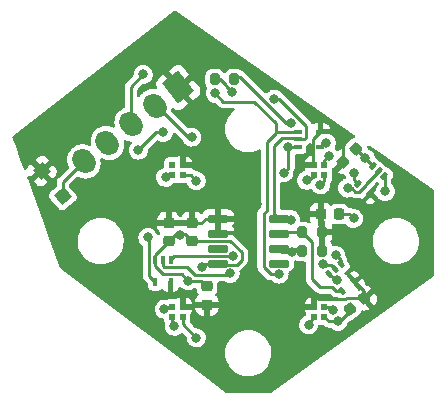
<source format=gtl>
G04 #@! TF.GenerationSoftware,KiCad,Pcbnew,6.0.2+dfsg-1*
G04 #@! TF.CreationDate,2023-01-26T22:51:51-08:00*
G04 #@! TF.ProjectId,rp2040_encoder,72703230-3430-45f6-956e-636f6465722e,rev?*
G04 #@! TF.SameCoordinates,Original*
G04 #@! TF.FileFunction,Copper,L1,Top*
G04 #@! TF.FilePolarity,Positive*
%FSLAX46Y46*%
G04 Gerber Fmt 4.6, Leading zero omitted, Abs format (unit mm)*
G04 Created by KiCad (PCBNEW 6.0.2+dfsg-1) date 2023-01-26 22:51:51*
%MOMM*%
%LPD*%
G01*
G04 APERTURE LIST*
G04 Aperture macros list*
%AMRoundRect*
0 Rectangle with rounded corners*
0 $1 Rounding radius*
0 $2 $3 $4 $5 $6 $7 $8 $9 X,Y pos of 4 corners*
0 Add a 4 corners polygon primitive as box body*
4,1,4,$2,$3,$4,$5,$6,$7,$8,$9,$2,$3,0*
0 Add four circle primitives for the rounded corners*
1,1,$1+$1,$2,$3*
1,1,$1+$1,$4,$5*
1,1,$1+$1,$6,$7*
1,1,$1+$1,$8,$9*
0 Add four rect primitives between the rounded corners*
20,1,$1+$1,$2,$3,$4,$5,0*
20,1,$1+$1,$4,$5,$6,$7,0*
20,1,$1+$1,$6,$7,$8,$9,0*
20,1,$1+$1,$8,$9,$2,$3,0*%
%AMHorizOval*
0 Thick line with rounded ends*
0 $1 width*
0 $2 $3 position (X,Y) of the first rounded end (center of the circle)*
0 $4 $5 position (X,Y) of the second rounded end (center of the circle)*
0 Add line between two ends*
20,1,$1,$2,$3,$4,$5,0*
0 Add two circle primitives to create the rounded ends*
1,1,$1,$2,$3*
1,1,$1,$4,$5*%
%AMRotRect*
0 Rectangle, with rotation*
0 The origin of the aperture is its center*
0 $1 length*
0 $2 width*
0 $3 Rotation angle, in degrees counterclockwise*
0 Add horizontal line*
21,1,$1,$2,0,0,$3*%
G04 Aperture macros list end*
G04 #@! TA.AperFunction,SMDPad,CuDef*
%ADD10RoundRect,0.225000X0.250000X-0.225000X0.250000X0.225000X-0.250000X0.225000X-0.250000X-0.225000X0*%
G04 #@! TD*
G04 #@! TA.AperFunction,SMDPad,CuDef*
%ADD11RoundRect,0.200000X0.200000X0.275000X-0.200000X0.275000X-0.200000X-0.275000X0.200000X-0.275000X0*%
G04 #@! TD*
G04 #@! TA.AperFunction,SMDPad,CuDef*
%ADD12R,0.400000X0.650000*%
G04 #@! TD*
G04 #@! TA.AperFunction,SMDPad,CuDef*
%ADD13RoundRect,0.225000X-0.225000X-0.250000X0.225000X-0.250000X0.225000X0.250000X-0.225000X0.250000X0*%
G04 #@! TD*
G04 #@! TA.AperFunction,SMDPad,CuDef*
%ADD14R,0.500000X0.500000*%
G04 #@! TD*
G04 #@! TA.AperFunction,SMDPad,CuDef*
%ADD15RotRect,1.100000X1.100000X310.000000*%
G04 #@! TD*
G04 #@! TA.AperFunction,SMDPad,CuDef*
%ADD16RotRect,0.650000X0.400000X230.000000*%
G04 #@! TD*
G04 #@! TA.AperFunction,ComponentPad*
%ADD17RotRect,1.740000X2.200000X218.000000*%
G04 #@! TD*
G04 #@! TA.AperFunction,ComponentPad*
%ADD18HorizOval,1.740000X-0.141602X0.181242X0.141602X-0.181242X0*%
G04 #@! TD*
G04 #@! TA.AperFunction,SMDPad,CuDef*
%ADD19RoundRect,0.225000X-0.250000X0.225000X-0.250000X-0.225000X0.250000X-0.225000X0.250000X0.225000X0*%
G04 #@! TD*
G04 #@! TA.AperFunction,SMDPad,CuDef*
%ADD20RoundRect,0.225000X0.017678X-0.335876X0.335876X-0.017678X-0.017678X0.335876X-0.335876X0.017678X0*%
G04 #@! TD*
G04 #@! TA.AperFunction,SMDPad,CuDef*
%ADD21R,0.650000X0.400000*%
G04 #@! TD*
G04 #@! TA.AperFunction,SMDPad,CuDef*
%ADD22RoundRect,0.150000X-0.725000X-0.150000X0.725000X-0.150000X0.725000X0.150000X-0.725000X0.150000X0*%
G04 #@! TD*
G04 #@! TA.AperFunction,SMDPad,CuDef*
%ADD23RotRect,0.650000X0.400000X308.000000*%
G04 #@! TD*
G04 #@! TA.AperFunction,SMDPad,CuDef*
%ADD24RoundRect,0.225000X0.023387X0.335527X-0.331218X0.058479X-0.023387X-0.335527X0.331218X-0.058479X0*%
G04 #@! TD*
G04 #@! TA.AperFunction,ViaPad*
%ADD25C,0.800000*%
G04 #@! TD*
G04 #@! TA.AperFunction,Conductor*
%ADD26C,0.250000*%
G04 #@! TD*
G04 APERTURE END LIST*
D10*
X143250000Y-100025000D03*
X143250000Y-98475000D03*
D11*
X156225000Y-100850000D03*
X154575000Y-100850000D03*
D12*
X143420000Y-101570000D03*
X142770000Y-101570000D03*
X142120000Y-101570000D03*
X142120000Y-103470000D03*
X143420000Y-103470000D03*
D13*
X156150000Y-97725000D03*
X157700000Y-97725000D03*
D14*
X144450000Y-94450000D03*
X144450000Y-93550000D03*
X143550000Y-93550000D03*
X143550000Y-94450000D03*
D11*
X148825000Y-86310000D03*
X147175000Y-86310000D03*
D15*
X132500097Y-94077538D03*
X134299903Y-96222462D03*
D14*
X156450000Y-94450000D03*
X155550000Y-94450000D03*
X155550000Y-93550000D03*
X156450000Y-93550000D03*
D16*
X161528577Y-94520070D03*
X161030648Y-94102258D03*
X160532719Y-93684446D03*
X159311423Y-95139930D03*
X160307281Y-95975554D03*
D10*
X146500000Y-105385000D03*
X146500000Y-103835000D03*
D17*
X144080000Y-87000000D03*
D18*
X142078453Y-88563780D03*
X140076905Y-90127560D03*
X138075358Y-91691340D03*
X136073811Y-93255121D03*
D19*
X145250000Y-98475000D03*
X145250000Y-100025000D03*
D20*
X158051992Y-93298008D03*
X159148008Y-92201992D03*
D21*
X154200000Y-90750000D03*
X154200000Y-91400000D03*
X154200000Y-92050000D03*
X156100000Y-92050000D03*
X156100000Y-90750000D03*
D22*
X147425000Y-98095000D03*
X147425000Y-99365000D03*
X147425000Y-100635000D03*
X147425000Y-101905000D03*
X152575000Y-101905000D03*
X152575000Y-100635000D03*
X152575000Y-99365000D03*
X152575000Y-98095000D03*
D14*
X144450000Y-106450000D03*
X144450000Y-105550000D03*
X143550000Y-105550000D03*
X143550000Y-106450000D03*
D23*
X157827329Y-101951210D03*
X157315122Y-102351390D03*
X156802915Y-102751570D03*
X157972671Y-104248790D03*
X158997085Y-103448430D03*
D11*
X156215000Y-99250000D03*
X154565000Y-99250000D03*
D14*
X156450000Y-105550000D03*
X155550000Y-105550000D03*
X155550000Y-106450000D03*
X156450000Y-106450000D03*
D24*
X159810708Y-104822862D03*
X158589292Y-105777138D03*
D25*
X143000000Y-94600000D03*
X143744053Y-107212911D03*
X158912299Y-98087701D03*
X153000000Y-94200000D03*
X159900000Y-93000000D03*
X142800000Y-90800000D03*
X144200000Y-99500000D03*
X146100000Y-102175500D03*
X148597062Y-87384013D03*
X153400000Y-92024500D03*
X157600000Y-106800000D03*
X156100000Y-95250000D03*
X140700000Y-92300000D03*
X157546241Y-103335406D03*
X144931127Y-103355725D03*
X153200000Y-96800000D03*
X150700000Y-96900000D03*
X141500000Y-99700000D03*
X145200000Y-91200000D03*
X158407788Y-95517547D03*
X153600000Y-98200000D03*
X141100000Y-85900000D03*
X152212299Y-87987701D03*
X157400000Y-101200000D03*
X148722259Y-101270984D03*
X152604500Y-102804500D03*
X156323132Y-101953210D03*
X147200000Y-87500000D03*
X161600000Y-95800000D03*
X156600000Y-91700000D03*
X148462498Y-102736246D03*
X153700000Y-100900000D03*
X157200000Y-105800000D03*
X154950000Y-94850000D03*
X145600000Y-108200000D03*
X155100000Y-107100000D03*
X158987701Y-94212299D03*
X156800000Y-92800000D03*
X153600000Y-90000000D03*
X142893039Y-105759789D03*
X145600000Y-94900000D03*
D26*
X142800000Y-90800000D02*
X142200000Y-90800000D01*
X143875000Y-99400000D02*
X144625000Y-99400000D01*
X147610000Y-86310000D02*
X147175000Y-86310000D01*
X147130000Y-101905000D02*
X147425000Y-101905000D01*
X159900000Y-93000000D02*
X160532719Y-93632719D01*
X142775000Y-102800000D02*
X142120000Y-102145000D01*
X146020725Y-103355725D02*
X146500000Y-103835000D01*
X142120000Y-101570000D02*
X142120000Y-101155000D01*
X142120000Y-102145000D02*
X142120000Y-101570000D01*
X153400000Y-93800000D02*
X153000000Y-94200000D01*
X157546241Y-103335406D02*
X157386751Y-103335406D01*
X149446770Y-100970881D02*
X148486369Y-100010480D01*
X156100000Y-95250000D02*
X156450000Y-94900000D01*
X149022362Y-101995495D02*
X149446770Y-101571087D01*
X147425000Y-101905000D02*
X146370500Y-101905000D01*
X157600000Y-106800000D02*
X157766430Y-106800000D01*
X157600000Y-106800000D02*
X156800000Y-106800000D01*
X159900000Y-93000000D02*
X159151992Y-92251992D01*
X157700000Y-97725000D02*
X158549598Y-97725000D01*
X160532719Y-93632719D02*
X160532719Y-93684446D01*
X144200000Y-99500000D02*
X144300000Y-99400000D01*
X148100480Y-86800480D02*
X147610000Y-86310000D01*
X154200000Y-92050000D02*
X154150000Y-92050000D01*
X153425500Y-92050000D02*
X154200000Y-92050000D01*
X158549598Y-97725000D02*
X158912299Y-98087701D01*
X145264520Y-100010480D02*
X145250000Y-100025000D01*
X143550000Y-94450000D02*
X143150000Y-94450000D01*
X134299903Y-96222462D02*
X134299903Y-95029029D01*
X148597062Y-87384013D02*
X148100480Y-86887431D01*
X148486369Y-100010480D02*
X145264520Y-100010480D01*
X142200000Y-90800000D02*
X140700000Y-92300000D01*
X143150000Y-94450000D02*
X143000000Y-94600000D01*
X146370500Y-101905000D02*
X146100000Y-102175500D01*
X157766430Y-106800000D02*
X158689292Y-105877138D01*
X143550000Y-107018858D02*
X143550000Y-106450000D01*
X156450000Y-94900000D02*
X156450000Y-94450000D01*
X147515495Y-101995495D02*
X149022362Y-101995495D01*
X144931127Y-103355725D02*
X144375402Y-102800000D01*
X153400000Y-92024500D02*
X153425500Y-92050000D01*
X149446770Y-101571087D02*
X149446770Y-100970881D01*
X148100480Y-86887431D02*
X148100480Y-86800480D01*
X142120000Y-101155000D02*
X143250000Y-100025000D01*
X144625000Y-99400000D02*
X145250000Y-100025000D01*
X144300000Y-99400000D02*
X144625000Y-99400000D01*
X143744053Y-107212911D02*
X143550000Y-107018858D01*
X153400000Y-92024500D02*
X153400000Y-93800000D01*
X144375402Y-102800000D02*
X142775000Y-102800000D01*
X157386751Y-103335406D02*
X156802915Y-102751570D01*
X143250000Y-100025000D02*
X143875000Y-99400000D01*
X147425000Y-101905000D02*
X147515495Y-101995495D01*
X144931127Y-103355725D02*
X146020725Y-103355725D01*
X156800000Y-106800000D02*
X156450000Y-106450000D01*
X159151992Y-92251992D02*
X159098008Y-92251992D01*
X134299903Y-95029029D02*
X136073811Y-93255121D01*
X156100000Y-90750000D02*
X155450489Y-91399511D01*
X156215000Y-100790000D02*
X156225000Y-100800000D01*
X158001992Y-91401992D02*
X157350000Y-90750000D01*
X159810708Y-104822862D02*
X159810708Y-104262053D01*
X159910708Y-104922862D02*
X159787846Y-104800000D01*
X146000000Y-98500000D02*
X145275000Y-98500000D01*
X155450489Y-91399511D02*
X155450489Y-93450489D01*
X145275000Y-98500000D02*
X145250000Y-98475000D01*
X146405000Y-98095000D02*
X146000000Y-98500000D01*
X158371065Y-104800000D02*
X158218519Y-104952546D01*
X146300000Y-105385000D02*
X144615000Y-105385000D01*
X157350000Y-90750000D02*
X156100000Y-90750000D01*
X159810708Y-104262053D02*
X158997085Y-103448430D01*
X155952546Y-104952546D02*
X155000000Y-104000000D01*
X144615000Y-105385000D02*
X144450000Y-105550000D01*
X147425000Y-98095000D02*
X146405000Y-98095000D01*
X159787846Y-104800000D02*
X158371065Y-104800000D01*
X155450489Y-93450489D02*
X155550000Y-93550000D01*
X158001992Y-93348008D02*
X158001992Y-91401992D01*
X158218519Y-104952546D02*
X155952546Y-104952546D01*
X141500000Y-99700000D02*
X141595489Y-99795489D01*
X141595489Y-99795489D02*
X141595489Y-102945489D01*
X141595489Y-102945489D02*
X142120000Y-103470000D01*
X142263780Y-88563780D02*
X142078453Y-88563780D01*
X144900000Y-91200000D02*
X142263780Y-88563780D01*
X158407788Y-95517547D02*
X158747577Y-95517547D01*
X159390146Y-95841972D02*
X159998058Y-95234060D01*
X159998058Y-95134848D02*
X161030648Y-94102258D01*
X159072002Y-95841972D02*
X159390146Y-95841972D01*
X159998058Y-95234060D02*
X159998058Y-95134848D01*
X158747577Y-95517547D02*
X159072002Y-95841972D01*
X145200000Y-91200000D02*
X144900000Y-91200000D01*
X152575000Y-98095000D02*
X152200000Y-97720000D01*
X154100000Y-91300000D02*
X154200000Y-91400000D01*
X154724022Y-91400000D02*
X154200000Y-91400000D01*
X143709520Y-101280480D02*
X143420000Y-101570000D01*
X157827329Y-101627329D02*
X157827329Y-101951210D01*
X152200000Y-97720000D02*
X152200000Y-91940338D01*
X152200000Y-91940338D02*
X152840338Y-91300000D01*
X154849511Y-90224897D02*
X154849511Y-91274511D01*
X157400000Y-101200000D02*
X157827329Y-101627329D01*
X152680000Y-98200000D02*
X152575000Y-98095000D01*
X152612315Y-87987701D02*
X154849511Y-90224897D01*
X140076905Y-86923095D02*
X140076905Y-90127560D01*
X148712763Y-101280480D02*
X143709520Y-101280480D01*
X148722259Y-101270984D02*
X148712763Y-101280480D01*
X153600000Y-98200000D02*
X152680000Y-98200000D01*
X152212299Y-87987701D02*
X152612315Y-87987701D01*
X141100000Y-85900000D02*
X140076905Y-86923095D01*
X154849511Y-91274511D02*
X154724022Y-91400000D01*
X152840338Y-91300000D02*
X154100000Y-91300000D01*
X150500000Y-88200000D02*
X152350000Y-90050000D01*
X156487402Y-102117480D02*
X156557067Y-102047814D01*
X151300000Y-102200000D02*
X151904500Y-102804500D01*
X151904500Y-102804500D02*
X152604500Y-102804500D01*
X156557067Y-102047814D02*
X157011546Y-102047814D01*
X151600000Y-97375375D02*
X151300000Y-97675375D01*
X156323132Y-101953210D02*
X156487402Y-102117480D01*
X147900000Y-88200000D02*
X150500000Y-88200000D01*
X152350000Y-90750000D02*
X154200000Y-90750000D01*
X147200000Y-87500000D02*
X147900000Y-88200000D01*
X151300000Y-97675375D02*
X151300000Y-102200000D01*
X152350000Y-90050000D02*
X152350000Y-90750000D01*
X151600000Y-91621685D02*
X151600000Y-97375375D01*
X152350000Y-90750000D02*
X152350000Y-90871685D01*
X157011546Y-102047814D02*
X157315122Y-102351390D01*
X152350000Y-90871685D02*
X151600000Y-91621685D01*
X156450000Y-91700000D02*
X156100000Y-92050000D01*
X161600000Y-95800000D02*
X161600000Y-94591493D01*
X161600000Y-94591493D02*
X161528577Y-94520070D01*
X156600000Y-91700000D02*
X156450000Y-91700000D01*
X148462498Y-102736246D02*
X148298744Y-102900000D01*
X145500000Y-102900000D02*
X144819511Y-102219511D01*
X148298744Y-102900000D02*
X145500000Y-102900000D01*
X142895489Y-102219511D02*
X142770000Y-102094022D01*
X144819511Y-102219511D02*
X142895489Y-102219511D01*
X154360000Y-100635000D02*
X154575000Y-100850000D01*
X152575000Y-100635000D02*
X154360000Y-100635000D01*
X152610000Y-100600000D02*
X152575000Y-100635000D01*
X153700000Y-100900000D02*
X152840000Y-100900000D01*
X152840000Y-100900000D02*
X152575000Y-100635000D01*
X154575000Y-100850000D02*
X154325000Y-100600000D01*
X142770000Y-102094022D02*
X142770000Y-101570000D01*
X154565000Y-99250000D02*
X152690000Y-99250000D01*
X152690000Y-99250000D02*
X152575000Y-99365000D01*
X155400000Y-103224614D02*
X155400000Y-100085000D01*
X157972671Y-104248790D02*
X157448790Y-104248790D01*
X157124511Y-103924511D02*
X156099897Y-103924511D01*
X155400000Y-100085000D02*
X154565000Y-99250000D01*
X156099897Y-103924511D02*
X155400000Y-103224614D01*
X157448790Y-104248790D02*
X157124511Y-103924511D01*
X157200000Y-105800000D02*
X156950000Y-105550000D01*
X154950000Y-94850000D02*
X155150000Y-94850000D01*
X156950000Y-105550000D02*
X156450000Y-105550000D01*
X155550000Y-94575112D02*
X155550000Y-94450000D01*
X155150000Y-94850000D02*
X155550000Y-94450000D01*
X155100000Y-107100000D02*
X155100000Y-106900000D01*
X155100000Y-106900000D02*
X155550000Y-106450000D01*
X144450000Y-107050000D02*
X144450000Y-106450000D01*
X145600000Y-108200000D02*
X144450000Y-107050000D01*
X153600000Y-90000000D02*
X153200000Y-90000000D01*
X158987701Y-94816208D02*
X158987701Y-94212299D01*
X153200000Y-90000000D02*
X149310000Y-86110000D01*
X149310000Y-86110000D02*
X149225000Y-86110000D01*
X156450000Y-93150000D02*
X156800000Y-92800000D01*
X156450000Y-93550000D02*
X156450000Y-93150000D01*
X159311423Y-95139930D02*
X158987701Y-94816208D01*
X143102828Y-105550000D02*
X142893039Y-105759789D01*
X145600000Y-94900000D02*
X145150000Y-94450000D01*
X143550000Y-105550000D02*
X143102828Y-105550000D01*
X145150000Y-94450000D02*
X144450000Y-94450000D01*
G04 #@! TA.AperFunction,Conductor*
G36*
X143825709Y-80539920D02*
G01*
X143838659Y-80547774D01*
X158960823Y-91011772D01*
X158999597Y-91038602D01*
X159044233Y-91093812D01*
X159051934Y-91164390D01*
X159020256Y-91227927D01*
X158959237Y-91264256D01*
X158905919Y-91277946D01*
X158905913Y-91277948D01*
X158898238Y-91279919D01*
X158848332Y-91307355D01*
X158765395Y-91352950D01*
X158765391Y-91352953D01*
X158759748Y-91356055D01*
X158732698Y-91379158D01*
X158325175Y-91786682D01*
X158302071Y-91813732D01*
X158298969Y-91819375D01*
X158298968Y-91819376D01*
X158291744Y-91832517D01*
X158225935Y-91952222D01*
X158223965Y-91959894D01*
X158223964Y-91959897D01*
X158188604Y-92097617D01*
X158186633Y-92105295D01*
X158186633Y-92113222D01*
X158185919Y-92118875D01*
X158157537Y-92183952D01*
X158098478Y-92223354D01*
X158061021Y-92229084D01*
X157955529Y-92229176D01*
X157941094Y-92230871D01*
X157789029Y-92266959D01*
X157775364Y-92271932D01*
X157635291Y-92342229D01*
X157618030Y-92353395D01*
X157616588Y-92351166D01*
X157562211Y-92374003D01*
X157492281Y-92361739D01*
X157441276Y-92315564D01*
X157435049Y-92305599D01*
X157431316Y-92299625D01*
X157341201Y-92208879D01*
X157307394Y-92146449D01*
X157312706Y-92075651D01*
X157315036Y-92070400D01*
X157316483Y-92068222D01*
X157321620Y-92054698D01*
X157377757Y-91906919D01*
X157377758Y-91906914D01*
X157380257Y-91900336D01*
X157385874Y-91860371D01*
X157404700Y-91726416D01*
X157404700Y-91726411D01*
X157405251Y-91722493D01*
X157405565Y-91700000D01*
X157385546Y-91521528D01*
X157370344Y-91477872D01*
X157345635Y-91406919D01*
X157326485Y-91351927D01*
X157320157Y-91341799D01*
X157235049Y-91205599D01*
X157231316Y-91199625D01*
X157126239Y-91093812D01*
X157109733Y-91077190D01*
X157109729Y-91077187D01*
X157104770Y-91072193D01*
X157093761Y-91065206D01*
X156968651Y-90985809D01*
X156953653Y-90974649D01*
X156927135Y-90951671D01*
X156919452Y-90950000D01*
X156901986Y-90950000D01*
X156859720Y-90942699D01*
X156800672Y-90921673D01*
X156790585Y-90918081D01*
X156790583Y-90918081D01*
X156783951Y-90915719D01*
X156776965Y-90914886D01*
X156776961Y-90914885D01*
X156649177Y-90899648D01*
X156605624Y-90894455D01*
X156598621Y-90895191D01*
X156598620Y-90895191D01*
X156434025Y-90912490D01*
X156434021Y-90912491D01*
X156427017Y-90913227D01*
X156338741Y-90943278D01*
X156298138Y-90950000D01*
X156026000Y-90950000D01*
X155957879Y-90929998D01*
X155911386Y-90876342D01*
X155900000Y-90824000D01*
X155900000Y-90531885D01*
X156300000Y-90531885D01*
X156304475Y-90547124D01*
X156305865Y-90548329D01*
X156313548Y-90550000D01*
X156914884Y-90550000D01*
X156930123Y-90545525D01*
X156931328Y-90544135D01*
X156932999Y-90536452D01*
X156932999Y-90505331D01*
X156932629Y-90498510D01*
X156927105Y-90447648D01*
X156923479Y-90432396D01*
X156878324Y-90311946D01*
X156869786Y-90296351D01*
X156793285Y-90194276D01*
X156780724Y-90181715D01*
X156678649Y-90105214D01*
X156663054Y-90096676D01*
X156542606Y-90051522D01*
X156527351Y-90047895D01*
X156476486Y-90042369D01*
X156469672Y-90042000D01*
X156318115Y-90042000D01*
X156302876Y-90046475D01*
X156301671Y-90047865D01*
X156300000Y-90055548D01*
X156300000Y-90531885D01*
X155900000Y-90531885D01*
X155900000Y-90060116D01*
X155895525Y-90044877D01*
X155894135Y-90043672D01*
X155886452Y-90042001D01*
X155730331Y-90042001D01*
X155723510Y-90042371D01*
X155672648Y-90047895D01*
X155657396Y-90051521D01*
X155536939Y-90096679D01*
X155523166Y-90104219D01*
X155453809Y-90119388D01*
X155387261Y-90094651D01*
X155345960Y-90040087D01*
X155344721Y-90034804D01*
X155324830Y-89998622D01*
X155319623Y-89987992D01*
X155303231Y-89950114D01*
X155294519Y-89939355D01*
X155282031Y-89920771D01*
X155275358Y-89908634D01*
X155268675Y-89900892D01*
X155245471Y-89877688D01*
X155236645Y-89867887D01*
X155218029Y-89844898D01*
X155212623Y-89838222D01*
X155198367Y-89828091D01*
X155182267Y-89814484D01*
X152994120Y-87626337D01*
X152990467Y-87622528D01*
X152956249Y-87585316D01*
X152950431Y-87578989D01*
X152915359Y-87557243D01*
X152905576Y-87550519D01*
X152881245Y-87532050D01*
X152850573Y-87498461D01*
X152847348Y-87493300D01*
X152843615Y-87487326D01*
X152763306Y-87406455D01*
X152722032Y-87364891D01*
X152722028Y-87364888D01*
X152717069Y-87359894D01*
X152706060Y-87352907D01*
X152659159Y-87323143D01*
X152565435Y-87263664D01*
X152498097Y-87239686D01*
X152402885Y-87205782D01*
X152402880Y-87205781D01*
X152396250Y-87203420D01*
X152389264Y-87202587D01*
X152389260Y-87202586D01*
X152261476Y-87187349D01*
X152217923Y-87182156D01*
X152210920Y-87182892D01*
X152210919Y-87182892D01*
X152046324Y-87200191D01*
X152046320Y-87200192D01*
X152039316Y-87200928D01*
X152032645Y-87203199D01*
X151875976Y-87256533D01*
X151875973Y-87256534D01*
X151869306Y-87258804D01*
X151863308Y-87262494D01*
X151863306Y-87262495D01*
X151808773Y-87296044D01*
X151716344Y-87352907D01*
X151711313Y-87357833D01*
X151711310Y-87357836D01*
X151593094Y-87473602D01*
X151530429Y-87506972D01*
X151459671Y-87501166D01*
X151415842Y-87472673D01*
X149691805Y-85748636D01*
X149688152Y-85744827D01*
X149653934Y-85707615D01*
X149648116Y-85701288D01*
X149613044Y-85679542D01*
X149603262Y-85672819D01*
X149577240Y-85653067D01*
X149570396Y-85647872D01*
X149562409Y-85644710D01*
X149562406Y-85644708D01*
X149557517Y-85642772D01*
X149537516Y-85632713D01*
X149525750Y-85625418D01*
X149517502Y-85623022D01*
X149517496Y-85623019D01*
X149486113Y-85613901D01*
X149474888Y-85610058D01*
X149455607Y-85602424D01*
X149425286Y-85585236D01*
X149390553Y-85558584D01*
X149327841Y-85510464D01*
X149181762Y-85449956D01*
X149173574Y-85448878D01*
X149068448Y-85435038D01*
X149068447Y-85435038D01*
X149064361Y-85434500D01*
X148825030Y-85434500D01*
X148585640Y-85434501D01*
X148581556Y-85435039D01*
X148581550Y-85435039D01*
X148476425Y-85448878D01*
X148476423Y-85448878D01*
X148468238Y-85449956D01*
X148322159Y-85510464D01*
X148196718Y-85606718D01*
X148191695Y-85613264D01*
X148161153Y-85653067D01*
X148100464Y-85732159D01*
X148097799Y-85730114D01*
X148057750Y-85768309D01*
X147988038Y-85781754D01*
X147922124Y-85755375D01*
X147901020Y-85731020D01*
X147899536Y-85732159D01*
X147808305Y-85613264D01*
X147803282Y-85606718D01*
X147677841Y-85510464D01*
X147531762Y-85449956D01*
X147523574Y-85448878D01*
X147418448Y-85435038D01*
X147418447Y-85435038D01*
X147414361Y-85434500D01*
X147175030Y-85434500D01*
X146935640Y-85434501D01*
X146931556Y-85435039D01*
X146931550Y-85435039D01*
X146826425Y-85448878D01*
X146826423Y-85448878D01*
X146818238Y-85449956D01*
X146672159Y-85510464D01*
X146546718Y-85606718D01*
X146450464Y-85732159D01*
X146389956Y-85878238D01*
X146374500Y-85995639D01*
X146374501Y-86624360D01*
X146375039Y-86628444D01*
X146375039Y-86628450D01*
X146385220Y-86705786D01*
X146389956Y-86741762D01*
X146450464Y-86887841D01*
X146455492Y-86894394D01*
X146455494Y-86894397D01*
X146500624Y-86953212D01*
X146526225Y-87019432D01*
X146511960Y-87088981D01*
X146506574Y-87098171D01*
X146478446Y-87141817D01*
X146417022Y-87310578D01*
X146394514Y-87488753D01*
X146412039Y-87667486D01*
X146468726Y-87837896D01*
X146561759Y-87991512D01*
X146686514Y-88120699D01*
X146836789Y-88219036D01*
X147005116Y-88281636D01*
X147012097Y-88282567D01*
X147012099Y-88282568D01*
X147176149Y-88304457D01*
X147176153Y-88304457D01*
X147183130Y-88305388D01*
X147190141Y-88304750D01*
X147190143Y-88304750D01*
X147193360Y-88304457D01*
X147196841Y-88304140D01*
X147266494Y-88317885D01*
X147297356Y-88340526D01*
X147518206Y-88561376D01*
X147521859Y-88565185D01*
X147561884Y-88608712D01*
X147589673Y-88625942D01*
X147596953Y-88630456D01*
X147606732Y-88637177D01*
X147639604Y-88662127D01*
X147652474Y-88667222D01*
X147672482Y-88677286D01*
X147684250Y-88684582D01*
X147692493Y-88686977D01*
X147692500Y-88686980D01*
X147723893Y-88696101D01*
X147735120Y-88699945D01*
X147765487Y-88711968D01*
X147765489Y-88711969D01*
X147773472Y-88715129D01*
X147782009Y-88716026D01*
X147782016Y-88716028D01*
X147787239Y-88716577D01*
X147809216Y-88720888D01*
X147816178Y-88722911D01*
X147816180Y-88722911D01*
X147822512Y-88724751D01*
X147829327Y-88725251D01*
X147830404Y-88725331D01*
X147830417Y-88725331D01*
X147832712Y-88725500D01*
X147865538Y-88725500D01*
X147878709Y-88726190D01*
X147916661Y-88730179D01*
X147925127Y-88728747D01*
X147925130Y-88728747D01*
X147933897Y-88727264D01*
X147954909Y-88725500D01*
X148736646Y-88725500D01*
X148804767Y-88745502D01*
X148851260Y-88799158D01*
X148861364Y-88869432D01*
X148831870Y-88934012D01*
X148811505Y-88952851D01*
X148730016Y-89013040D01*
X148533171Y-89206817D01*
X148365594Y-89426396D01*
X148363416Y-89430285D01*
X148279141Y-89580769D01*
X148230627Y-89667396D01*
X148229023Y-89671541D01*
X148229022Y-89671544D01*
X148173798Y-89814290D01*
X148130964Y-89925009D01*
X148129961Y-89929334D01*
X148129960Y-89929339D01*
X148110516Y-90013227D01*
X148068593Y-90194095D01*
X148044759Y-90469285D01*
X148045003Y-90473720D01*
X148045003Y-90473724D01*
X148058955Y-90727222D01*
X148059938Y-90745087D01*
X148113825Y-91015999D01*
X148205347Y-91276616D01*
X148332678Y-91521737D01*
X148335261Y-91525352D01*
X148335265Y-91525358D01*
X148490687Y-91742850D01*
X148493275Y-91746471D01*
X148565839Y-91822538D01*
X148671802Y-91933615D01*
X148683936Y-91946335D01*
X148687431Y-91949091D01*
X148687433Y-91949092D01*
X148885576Y-92105295D01*
X148900856Y-92117341D01*
X148999636Y-92174717D01*
X149135853Y-92253839D01*
X149135859Y-92253842D01*
X149139707Y-92256077D01*
X149313366Y-92326416D01*
X149374471Y-92351166D01*
X149395723Y-92359774D01*
X149400036Y-92360845D01*
X149400041Y-92360847D01*
X149659475Y-92425291D01*
X149659480Y-92425292D01*
X149663796Y-92426364D01*
X149668224Y-92426818D01*
X149668226Y-92426818D01*
X149743339Y-92434514D01*
X149899370Y-92450500D01*
X150070362Y-92450500D01*
X150275530Y-92435973D01*
X150279885Y-92435035D01*
X150279888Y-92435035D01*
X150541215Y-92378773D01*
X150541217Y-92378773D01*
X150545562Y-92377837D01*
X150804709Y-92282233D01*
X150888668Y-92236931D01*
X150958117Y-92222187D01*
X151024512Y-92247329D01*
X151066774Y-92304377D01*
X151074500Y-92347819D01*
X151074500Y-97105516D01*
X151054498Y-97173637D01*
X151037595Y-97194611D01*
X150938636Y-97293570D01*
X150934827Y-97297223D01*
X150891288Y-97337259D01*
X150886760Y-97344562D01*
X150886759Y-97344563D01*
X150869543Y-97372330D01*
X150862820Y-97382112D01*
X150837872Y-97414979D01*
X150834710Y-97422966D01*
X150834708Y-97422969D01*
X150832772Y-97427858D01*
X150822713Y-97447859D01*
X150815418Y-97459625D01*
X150803905Y-97499252D01*
X150800060Y-97510480D01*
X150788033Y-97540859D01*
X150788032Y-97540862D01*
X150784871Y-97548847D01*
X150783974Y-97557384D01*
X150783972Y-97557391D01*
X150783423Y-97562614D01*
X150779112Y-97584590D01*
X150775249Y-97597887D01*
X150774500Y-97608087D01*
X150774500Y-97640914D01*
X150773810Y-97654085D01*
X150769821Y-97692037D01*
X150771253Y-97700503D01*
X150771253Y-97700506D01*
X150772736Y-97709273D01*
X150774500Y-97730285D01*
X150774500Y-102185565D01*
X150774389Y-102190841D01*
X150771913Y-102249919D01*
X150781337Y-102290097D01*
X150783500Y-102301771D01*
X150784755Y-102310930D01*
X150789099Y-102342646D01*
X150792510Y-102350527D01*
X150792510Y-102350529D01*
X150794595Y-102355347D01*
X150801627Y-102376610D01*
X150802510Y-102380374D01*
X150804790Y-102390093D01*
X150824681Y-102426275D01*
X150829888Y-102436905D01*
X150846280Y-102474783D01*
X150851686Y-102481459D01*
X150851687Y-102481461D01*
X150854992Y-102485542D01*
X150867480Y-102504126D01*
X150874153Y-102516263D01*
X150880836Y-102524005D01*
X150904040Y-102547209D01*
X150912865Y-102557009D01*
X150936888Y-102586675D01*
X150951144Y-102596806D01*
X150967244Y-102610413D01*
X151522695Y-103165864D01*
X151526348Y-103169673D01*
X151566384Y-103213212D01*
X151573684Y-103217738D01*
X151573685Y-103217739D01*
X151601460Y-103234960D01*
X151611230Y-103241674D01*
X151644104Y-103266627D01*
X151656974Y-103271722D01*
X151676982Y-103281786D01*
X151688750Y-103289082D01*
X151696993Y-103291477D01*
X151697000Y-103291480D01*
X151728393Y-103300601D01*
X151739620Y-103304445D01*
X151769987Y-103316468D01*
X151769989Y-103316469D01*
X151777972Y-103319629D01*
X151786509Y-103320526D01*
X151786516Y-103320528D01*
X151791739Y-103321077D01*
X151813716Y-103325388D01*
X151820678Y-103327411D01*
X151820680Y-103327411D01*
X151827012Y-103329251D01*
X151833827Y-103329751D01*
X151834904Y-103329831D01*
X151834917Y-103329831D01*
X151837212Y-103330000D01*
X151870038Y-103330000D01*
X151883209Y-103330690D01*
X151921161Y-103334679D01*
X151929629Y-103333247D01*
X151938217Y-103332977D01*
X151938286Y-103335168D01*
X151997024Y-103342133D01*
X152038172Y-103370481D01*
X152086115Y-103420127D01*
X152086120Y-103420131D01*
X152091014Y-103425199D01*
X152241289Y-103523536D01*
X152409616Y-103586136D01*
X152416597Y-103587067D01*
X152416599Y-103587068D01*
X152580649Y-103608957D01*
X152580653Y-103608957D01*
X152587630Y-103609888D01*
X152594642Y-103609250D01*
X152594646Y-103609250D01*
X152759460Y-103594251D01*
X152759461Y-103594251D01*
X152766481Y-103593612D01*
X152879999Y-103556727D01*
X152930582Y-103540292D01*
X152937282Y-103538115D01*
X152969660Y-103518814D01*
X153085492Y-103449765D01*
X153085494Y-103449764D01*
X153091544Y-103446157D01*
X153221599Y-103322307D01*
X153233467Y-103304445D01*
X153284954Y-103226950D01*
X153320983Y-103172722D01*
X153348290Y-103100836D01*
X153382257Y-103011419D01*
X153382258Y-103011414D01*
X153384757Y-103004836D01*
X153394279Y-102937084D01*
X153409200Y-102830916D01*
X153409200Y-102830911D01*
X153409751Y-102826993D01*
X153410065Y-102804500D01*
X153399220Y-102707816D01*
X153411504Y-102637890D01*
X153459643Y-102585706D01*
X153478048Y-102576621D01*
X153572783Y-102539113D01*
X153692922Y-102447922D01*
X153784113Y-102327783D01*
X153839636Y-102187547D01*
X153850500Y-102097772D01*
X153850500Y-101784386D01*
X153870502Y-101716265D01*
X153924158Y-101669772D01*
X153937557Y-101664556D01*
X153989101Y-101647808D01*
X154060068Y-101645781D01*
X154076251Y-101651231D01*
X154218238Y-101710044D01*
X154226426Y-101711122D01*
X154265492Y-101716265D01*
X154335639Y-101725500D01*
X154363836Y-101725500D01*
X154748500Y-101725499D01*
X154816620Y-101745501D01*
X154863114Y-101799156D01*
X154874500Y-101851499D01*
X154874500Y-103210179D01*
X154874389Y-103215455D01*
X154871913Y-103274533D01*
X154878929Y-103304445D01*
X154881337Y-103314711D01*
X154883500Y-103326384D01*
X154883893Y-103329251D01*
X154887817Y-103357899D01*
X154889099Y-103367260D01*
X154892510Y-103375141D01*
X154892510Y-103375143D01*
X154894595Y-103379961D01*
X154901627Y-103401224D01*
X154902828Y-103406343D01*
X154904790Y-103414707D01*
X154924681Y-103450889D01*
X154929888Y-103461519D01*
X154946280Y-103499397D01*
X154951686Y-103506073D01*
X154951687Y-103506075D01*
X154954992Y-103510156D01*
X154967480Y-103528740D01*
X154974153Y-103540877D01*
X154980836Y-103548619D01*
X155004040Y-103571823D01*
X155012865Y-103581623D01*
X155036888Y-103611289D01*
X155051144Y-103621420D01*
X155067244Y-103635027D01*
X155718092Y-104285875D01*
X155721745Y-104289684D01*
X155761781Y-104333223D01*
X155796865Y-104354976D01*
X155806633Y-104361690D01*
X155839502Y-104386639D01*
X155847483Y-104389799D01*
X155847485Y-104389800D01*
X155852371Y-104391734D01*
X155872387Y-104401802D01*
X155884147Y-104409093D01*
X155892391Y-104411488D01*
X155892393Y-104411489D01*
X155923771Y-104420605D01*
X155935000Y-104424450D01*
X155965383Y-104436479D01*
X155965385Y-104436479D01*
X155973370Y-104439641D01*
X155986995Y-104441073D01*
X155987139Y-104441088D01*
X156009119Y-104445401D01*
X156022409Y-104449262D01*
X156028990Y-104449745D01*
X156028994Y-104449746D01*
X156030301Y-104449842D01*
X156030314Y-104449842D01*
X156032609Y-104450011D01*
X156065426Y-104450011D01*
X156078597Y-104450701D01*
X156116559Y-104454691D01*
X156125031Y-104453258D01*
X156125032Y-104453258D01*
X156133793Y-104451776D01*
X156154806Y-104450011D01*
X156854652Y-104450011D01*
X156922773Y-104470013D01*
X156943747Y-104486916D01*
X157066985Y-104610154D01*
X157070638Y-104613963D01*
X157110674Y-104657502D01*
X157145758Y-104679255D01*
X157155526Y-104685969D01*
X157188395Y-104710918D01*
X157196376Y-104714078D01*
X157196378Y-104714079D01*
X157201264Y-104716013D01*
X157221280Y-104726081D01*
X157233040Y-104733372D01*
X157241284Y-104735767D01*
X157241286Y-104735768D01*
X157272664Y-104744884D01*
X157283891Y-104748728D01*
X157303709Y-104756574D01*
X157359684Y-104800247D01*
X157363987Y-104812526D01*
X157382202Y-104793759D01*
X157448373Y-104780000D01*
X157448321Y-104778342D01*
X157456908Y-104778072D01*
X157465452Y-104778970D01*
X157473924Y-104777537D01*
X157473925Y-104777537D01*
X157482686Y-104776055D01*
X157503699Y-104774290D01*
X157559739Y-104774290D01*
X157627860Y-104794292D01*
X157659028Y-104822717D01*
X157708989Y-104886664D01*
X157735167Y-104952658D01*
X157721510Y-105022329D01*
X157672354Y-105073555D01*
X157603305Y-105090075D01*
X157556265Y-105077949D01*
X157553136Y-105075963D01*
X157401962Y-105022133D01*
X157344499Y-104980439D01*
X157338027Y-104963847D01*
X157315493Y-104985498D01*
X157242410Y-104998841D01*
X157212618Y-104995289D01*
X157205624Y-104994455D01*
X157198621Y-104995191D01*
X157198620Y-104995191D01*
X157043895Y-105011453D01*
X156974057Y-104998681D01*
X156953879Y-104984094D01*
X156953374Y-104984789D01*
X156945354Y-104978962D01*
X156938342Y-104971950D01*
X156825304Y-104914354D01*
X156815515Y-104912804D01*
X156815513Y-104912803D01*
X156788151Y-104908470D01*
X156731519Y-104899500D01*
X156726566Y-104899500D01*
X156449887Y-104899501D01*
X156168482Y-104899501D01*
X156165406Y-104899988D01*
X156096426Y-104885495D01*
X156080460Y-104875308D01*
X156053648Y-104855213D01*
X156038054Y-104846676D01*
X155917606Y-104801522D01*
X155902351Y-104797895D01*
X155851486Y-104792369D01*
X155844672Y-104792000D01*
X155818115Y-104792000D01*
X155802876Y-104796475D01*
X155801671Y-104797865D01*
X155800000Y-104805548D01*
X155800000Y-105262127D01*
X155799833Y-105266378D01*
X155799500Y-105268481D01*
X155799501Y-105529958D01*
X155799501Y-105673500D01*
X155779499Y-105741620D01*
X155725844Y-105788114D01*
X155673501Y-105799500D01*
X155288574Y-105799501D01*
X155268482Y-105799501D01*
X155266382Y-105799834D01*
X155262141Y-105800000D01*
X154810116Y-105800000D01*
X154794877Y-105804475D01*
X154793672Y-105805865D01*
X154792001Y-105813548D01*
X154792001Y-105844669D01*
X154792371Y-105851490D01*
X154797895Y-105902352D01*
X154801521Y-105917604D01*
X154846676Y-106038054D01*
X154855214Y-106053648D01*
X154875307Y-106080459D01*
X154900154Y-106146966D01*
X154900096Y-106164719D01*
X154899500Y-106168481D01*
X154899500Y-106232387D01*
X154879498Y-106300508D01*
X154825842Y-106347001D01*
X154814105Y-106351665D01*
X154763676Y-106368832D01*
X154763671Y-106368834D01*
X154757007Y-106371103D01*
X154604045Y-106465206D01*
X154599014Y-106470132D01*
X154599011Y-106470135D01*
X154536883Y-106530976D01*
X154475732Y-106590859D01*
X154471913Y-106596784D01*
X154471912Y-106596786D01*
X154388275Y-106726566D01*
X154378446Y-106741817D01*
X154376037Y-106748437D01*
X154376035Y-106748440D01*
X154351625Y-106815506D01*
X154317022Y-106910578D01*
X154294514Y-107088753D01*
X154295201Y-107095760D01*
X154295201Y-107095763D01*
X154297290Y-107117069D01*
X154312039Y-107267486D01*
X154314262Y-107274168D01*
X154314262Y-107274169D01*
X154362135Y-107418081D01*
X154368726Y-107437896D01*
X154372373Y-107443918D01*
X154451583Y-107574709D01*
X154461759Y-107591512D01*
X154466648Y-107596575D01*
X154466649Y-107596576D01*
X154508802Y-107640226D01*
X154586514Y-107720699D01*
X154736789Y-107819036D01*
X154905116Y-107881636D01*
X154912097Y-107882567D01*
X154912099Y-107882568D01*
X155076149Y-107904457D01*
X155076153Y-107904457D01*
X155083130Y-107905388D01*
X155090142Y-107904750D01*
X155090146Y-107904750D01*
X155254960Y-107889751D01*
X155254961Y-107889751D01*
X155261981Y-107889112D01*
X155432782Y-107833615D01*
X155527861Y-107776937D01*
X155580992Y-107745265D01*
X155580994Y-107745264D01*
X155587044Y-107741657D01*
X155717099Y-107617807D01*
X155734570Y-107591512D01*
X155775432Y-107530008D01*
X155816483Y-107468222D01*
X155836427Y-107415719D01*
X155877757Y-107306919D01*
X155877758Y-107306914D01*
X155880257Y-107300336D01*
X155885183Y-107265289D01*
X155896924Y-107181743D01*
X155926212Y-107117069D01*
X155985816Y-107078496D01*
X156060635Y-107079446D01*
X156065860Y-107081144D01*
X156074696Y-107085646D01*
X156168481Y-107100500D01*
X156305141Y-107100500D01*
X156373262Y-107120502D01*
X156394236Y-107137405D01*
X156418195Y-107161364D01*
X156421848Y-107165173D01*
X156461884Y-107208712D01*
X156496968Y-107230465D01*
X156506736Y-107237179D01*
X156539605Y-107262128D01*
X156547586Y-107265288D01*
X156547588Y-107265289D01*
X156552474Y-107267223D01*
X156572490Y-107277291D01*
X156584250Y-107284582D01*
X156592494Y-107286977D01*
X156592496Y-107286978D01*
X156623874Y-107296094D01*
X156635103Y-107299939D01*
X156665486Y-107311968D01*
X156665488Y-107311968D01*
X156673473Y-107315130D01*
X156687098Y-107316562D01*
X156687242Y-107316577D01*
X156709222Y-107320890D01*
X156722512Y-107324751D01*
X156729093Y-107325234D01*
X156729097Y-107325235D01*
X156730404Y-107325331D01*
X156730417Y-107325331D01*
X156732712Y-107325500D01*
X156765529Y-107325500D01*
X156778700Y-107326190D01*
X156816662Y-107330180D01*
X156825134Y-107328747D01*
X156825135Y-107328747D01*
X156833896Y-107327265D01*
X156854909Y-107325500D01*
X156941097Y-107325500D01*
X157009218Y-107345502D01*
X157031734Y-107363973D01*
X157053697Y-107386716D01*
X157086514Y-107420699D01*
X157236789Y-107519036D01*
X157405116Y-107581636D01*
X157412097Y-107582567D01*
X157412099Y-107582568D01*
X157576149Y-107604457D01*
X157576153Y-107604457D01*
X157583130Y-107605388D01*
X157590142Y-107604750D01*
X157590146Y-107604750D01*
X157754960Y-107589751D01*
X157754961Y-107589751D01*
X157761981Y-107589112D01*
X157932782Y-107533615D01*
X157963714Y-107515176D01*
X158080992Y-107445265D01*
X158080994Y-107445264D01*
X158087044Y-107441657D01*
X158217099Y-107317807D01*
X158228971Y-107299939D01*
X158286574Y-107213239D01*
X158316483Y-107168222D01*
X158346589Y-107088968D01*
X158377757Y-107006919D01*
X158377758Y-107006914D01*
X158380257Y-107000336D01*
X158385999Y-106959480D01*
X158415287Y-106894806D01*
X158421678Y-106887921D01*
X158535891Y-106773708D01*
X158598203Y-106739682D01*
X158608755Y-106737853D01*
X158724828Y-106722777D01*
X158802337Y-106691776D01*
X158865587Y-106666478D01*
X158865590Y-106666476D01*
X158871564Y-106664087D01*
X158901228Y-106644452D01*
X159355378Y-106289630D01*
X159381607Y-106265597D01*
X159474053Y-106137419D01*
X159531717Y-105990276D01*
X159532683Y-105982407D01*
X159534081Y-105976883D01*
X159570182Y-105915751D01*
X159633604Y-105883840D01*
X159671477Y-105882718D01*
X159776192Y-105895482D01*
X159790730Y-105895559D01*
X159946059Y-105878273D01*
X159960227Y-105875002D01*
X160107823Y-105822301D01*
X160120127Y-105816327D01*
X160197497Y-105767699D01*
X160201619Y-105764804D01*
X160210728Y-105752099D01*
X160210821Y-105750261D01*
X160207409Y-105743180D01*
X159761305Y-105172193D01*
X159531748Y-104878374D01*
X159528519Y-104870233D01*
X160172169Y-104870233D01*
X160175581Y-104877314D01*
X160604904Y-105426822D01*
X160617814Y-105436078D01*
X160619652Y-105436171D01*
X160626733Y-105432759D01*
X160629005Y-105430984D01*
X160633942Y-105426698D01*
X160700632Y-105362466D01*
X160709411Y-105351934D01*
X160796015Y-105221339D01*
X160802599Y-105208361D01*
X160856688Y-105061744D01*
X160860109Y-105047604D01*
X160879020Y-104892470D01*
X160879097Y-104877932D01*
X160861811Y-104722604D01*
X160858539Y-104708434D01*
X160805838Y-104560839D01*
X160799864Y-104548535D01*
X160751234Y-104471163D01*
X160747545Y-104465909D01*
X160733153Y-104447487D01*
X160720247Y-104438235D01*
X160718408Y-104438142D01*
X160711324Y-104441555D01*
X160181518Y-104855484D01*
X160172262Y-104868395D01*
X160172169Y-104870233D01*
X159528519Y-104870233D01*
X159505570Y-104812380D01*
X159519228Y-104742709D01*
X159553464Y-104701512D01*
X160394968Y-104044058D01*
X160404224Y-104031147D01*
X160404317Y-104029311D01*
X160400903Y-104022226D01*
X160383731Y-104000248D01*
X160379460Y-103995328D01*
X160315221Y-103928630D01*
X160304689Y-103919851D01*
X160174088Y-103833243D01*
X160161120Y-103826664D01*
X160014494Y-103772571D01*
X160000363Y-103769152D01*
X159974895Y-103766048D01*
X159909695Y-103737951D01*
X159870036Y-103679063D01*
X159864166Y-103643502D01*
X159861435Y-103507432D01*
X159858564Y-103489901D01*
X159819989Y-103367182D01*
X159813455Y-103352929D01*
X159786489Y-103309437D01*
X159782595Y-103303855D01*
X159689280Y-103184418D01*
X159676374Y-103175165D01*
X159674534Y-103175072D01*
X159667453Y-103178484D01*
X159292096Y-103471745D01*
X159282840Y-103484655D01*
X159282747Y-103486493D01*
X159286159Y-103493574D01*
X159614586Y-103913941D01*
X159640764Y-103979935D01*
X159627106Y-104049606D01*
X159592870Y-104090803D01*
X159534557Y-104136362D01*
X159476243Y-104181922D01*
X159410249Y-104208100D01*
X159340578Y-104194442D01*
X159299381Y-104160206D01*
X158962615Y-103729164D01*
X158337792Y-102929427D01*
X158324881Y-102920171D01*
X158293306Y-102918567D01*
X158226288Y-102895133D01*
X158192847Y-102859500D01*
X158177557Y-102835031D01*
X158165642Y-102823032D01*
X158145153Y-102802400D01*
X158111346Y-102739969D01*
X158116410Y-102672480D01*
X158646771Y-102672480D01*
X158650182Y-102679560D01*
X159020401Y-103153419D01*
X159033311Y-103162675D01*
X159035149Y-103162768D01*
X159042230Y-103159356D01*
X159417587Y-102866095D01*
X159426843Y-102853184D01*
X159426936Y-102851347D01*
X159423523Y-102844265D01*
X159327397Y-102721228D01*
X159322927Y-102716105D01*
X159287245Y-102679410D01*
X159275001Y-102669627D01*
X159165258Y-102602510D01*
X159148935Y-102595480D01*
X159025808Y-102562142D01*
X159008169Y-102559976D01*
X158880631Y-102562537D01*
X158863096Y-102565408D01*
X158740375Y-102603984D01*
X158726126Y-102610515D01*
X158682639Y-102637478D01*
X158677045Y-102641381D01*
X158656118Y-102657731D01*
X158646864Y-102670640D01*
X158646771Y-102672480D01*
X158116410Y-102672480D01*
X158116658Y-102669172D01*
X158156985Y-102614327D01*
X158391036Y-102431465D01*
X158456429Y-102380374D01*
X158521189Y-102310930D01*
X158574805Y-102195950D01*
X158585035Y-102112631D01*
X158589058Y-102079870D01*
X158589058Y-102079869D01*
X158590266Y-102070030D01*
X158566059Y-101945495D01*
X158561253Y-101936825D01*
X158561252Y-101936822D01*
X158522423Y-101866773D01*
X158522420Y-101866768D01*
X158520024Y-101862446D01*
X158381000Y-101684504D01*
X158354822Y-101618509D01*
X158354400Y-101601654D01*
X158355056Y-101585996D01*
X158355416Y-101577410D01*
X158345994Y-101537237D01*
X158343831Y-101525568D01*
X158339395Y-101493190D01*
X158338230Y-101484683D01*
X158332732Y-101471978D01*
X158325698Y-101450709D01*
X158324500Y-101445600D01*
X158324499Y-101445598D01*
X158322538Y-101437236D01*
X158318400Y-101429710D01*
X158318399Y-101429706D01*
X158302659Y-101401076D01*
X158297443Y-101390431D01*
X158281049Y-101352546D01*
X158272338Y-101341789D01*
X158259844Y-101323196D01*
X158256358Y-101316854D01*
X158256357Y-101316853D01*
X158253176Y-101311066D01*
X158246493Y-101303324D01*
X158242342Y-101299173D01*
X158208316Y-101236861D01*
X158205449Y-101208321D01*
X158205510Y-101203964D01*
X158205510Y-101203959D01*
X158205565Y-101200000D01*
X158185546Y-101021528D01*
X158171099Y-100980040D01*
X158128803Y-100858584D01*
X158126485Y-100851927D01*
X158116997Y-100836742D01*
X158035049Y-100705599D01*
X158031316Y-100699625D01*
X157951249Y-100618997D01*
X157909733Y-100577190D01*
X157909729Y-100577187D01*
X157904770Y-100572193D01*
X157893761Y-100565206D01*
X157822831Y-100520193D01*
X157753136Y-100475963D01*
X157723352Y-100465357D01*
X157590586Y-100418081D01*
X157590581Y-100418080D01*
X157583951Y-100415719D01*
X157576965Y-100414886D01*
X157576961Y-100414885D01*
X157449177Y-100399648D01*
X157405624Y-100394455D01*
X157398621Y-100395191D01*
X157398620Y-100395191D01*
X157227017Y-100413227D01*
X157226814Y-100411295D01*
X157165605Y-100407055D01*
X157108674Y-100364636D01*
X157089138Y-100326581D01*
X157077284Y-100288755D01*
X157071079Y-100275012D01*
X156990176Y-100141426D01*
X156976186Y-100123585D01*
X156978272Y-100121950D01*
X156950272Y-100070674D01*
X156955337Y-99999859D01*
X156972480Y-99969285D01*
X160544759Y-99969285D01*
X160545003Y-99973720D01*
X160545003Y-99973724D01*
X160559600Y-100238943D01*
X160559938Y-100245087D01*
X160589172Y-100392057D01*
X160612077Y-100507209D01*
X160613825Y-100515999D01*
X160705347Y-100776616D01*
X160832678Y-101021737D01*
X160835261Y-101025352D01*
X160835265Y-101025358D01*
X160990687Y-101242850D01*
X160993275Y-101246471D01*
X161037836Y-101293183D01*
X161168073Y-101429706D01*
X161183936Y-101446335D01*
X161187431Y-101449091D01*
X161187433Y-101449092D01*
X161377530Y-101598952D01*
X161400856Y-101617341D01*
X161496101Y-101672664D01*
X161635853Y-101753839D01*
X161635859Y-101753842D01*
X161639707Y-101756077D01*
X161790902Y-101817317D01*
X161887087Y-101856276D01*
X161895723Y-101859774D01*
X161900036Y-101860845D01*
X161900041Y-101860847D01*
X162159475Y-101925291D01*
X162159480Y-101925292D01*
X162163796Y-101926364D01*
X162168224Y-101926818D01*
X162168226Y-101926818D01*
X162243339Y-101934514D01*
X162399370Y-101950500D01*
X162570362Y-101950500D01*
X162775530Y-101935973D01*
X162779885Y-101935035D01*
X162779888Y-101935035D01*
X163041215Y-101878773D01*
X163041217Y-101878773D01*
X163045562Y-101877837D01*
X163304709Y-101782233D01*
X163353185Y-101756077D01*
X163543884Y-101653181D01*
X163547800Y-101651068D01*
X163769984Y-101486960D01*
X163785204Y-101471978D01*
X163953743Y-101306065D01*
X163966829Y-101293183D01*
X164134406Y-101073604D01*
X164158634Y-101030342D01*
X164267197Y-100836490D01*
X164267198Y-100836487D01*
X164269373Y-100832604D01*
X164275979Y-100815530D01*
X164340165Y-100649617D01*
X164369036Y-100574991D01*
X164372403Y-100560468D01*
X164410689Y-100395289D01*
X164431407Y-100305905D01*
X164455241Y-100030715D01*
X164454997Y-100026276D01*
X164440307Y-99759356D01*
X164440306Y-99759349D01*
X164440062Y-99754913D01*
X164393756Y-99522115D01*
X164387043Y-99488364D01*
X164387042Y-99488362D01*
X164386175Y-99484001D01*
X164294653Y-99223384D01*
X164167322Y-98978263D01*
X164164739Y-98974648D01*
X164164735Y-98974642D01*
X164009313Y-98757150D01*
X164009310Y-98757146D01*
X164006725Y-98753529D01*
X163863127Y-98603000D01*
X163819136Y-98556885D01*
X163819134Y-98556883D01*
X163816064Y-98553665D01*
X163770067Y-98517404D01*
X163602639Y-98385414D01*
X163602637Y-98385413D01*
X163599144Y-98382659D01*
X163458360Y-98300885D01*
X163364147Y-98246161D01*
X163364141Y-98246158D01*
X163360293Y-98243923D01*
X163104277Y-98140226D01*
X163099964Y-98139155D01*
X163099959Y-98139153D01*
X162840525Y-98074709D01*
X162840520Y-98074708D01*
X162836204Y-98073636D01*
X162831776Y-98073182D01*
X162831774Y-98073182D01*
X162751573Y-98064965D01*
X162600630Y-98049500D01*
X162429638Y-98049500D01*
X162224470Y-98064027D01*
X162220115Y-98064965D01*
X162220112Y-98064965D01*
X161958785Y-98121227D01*
X161958783Y-98121227D01*
X161954438Y-98122163D01*
X161695291Y-98217767D01*
X161691373Y-98219881D01*
X161479666Y-98334112D01*
X161452200Y-98348932D01*
X161230016Y-98513040D01*
X161226837Y-98516169D01*
X161226834Y-98516172D01*
X161145831Y-98595913D01*
X161033171Y-98706817D01*
X160865594Y-98926396D01*
X160863416Y-98930285D01*
X160768859Y-99099129D01*
X160730627Y-99167396D01*
X160729023Y-99171541D01*
X160729022Y-99171544D01*
X160715847Y-99205599D01*
X160630964Y-99425009D01*
X160629961Y-99429334D01*
X160629960Y-99429339D01*
X160602083Y-99549610D01*
X160568593Y-99694095D01*
X160544759Y-99969285D01*
X156972480Y-99969285D01*
X156974244Y-99966139D01*
X156980175Y-99958576D01*
X157061079Y-99824988D01*
X157067285Y-99811243D01*
X157114256Y-99661356D01*
X157116869Y-99648306D01*
X157122734Y-99584479D01*
X157123000Y-99578691D01*
X157123000Y-99522115D01*
X157118525Y-99506876D01*
X157117135Y-99505671D01*
X157109452Y-99504000D01*
X156487115Y-99504000D01*
X156471876Y-99508475D01*
X156470671Y-99509865D01*
X156469000Y-99517548D01*
X156469000Y-99808885D01*
X156473896Y-99825559D01*
X156479000Y-99861057D01*
X156479000Y-100978000D01*
X156458998Y-101046121D01*
X156405342Y-101092614D01*
X156353000Y-101104000D01*
X156097000Y-101104000D01*
X156028879Y-101083998D01*
X155982386Y-101030342D01*
X155971000Y-100978000D01*
X155971000Y-100291115D01*
X155966104Y-100274441D01*
X155961000Y-100238943D01*
X155961000Y-98766115D01*
X155956525Y-98750875D01*
X155939488Y-98736112D01*
X155901104Y-98676386D01*
X155896000Y-98640888D01*
X155896000Y-98208885D01*
X156404000Y-98208885D01*
X156408475Y-98224125D01*
X156425512Y-98238888D01*
X156463896Y-98298614D01*
X156469000Y-98334112D01*
X156469000Y-98977885D01*
X156473475Y-98993124D01*
X156474865Y-98994329D01*
X156482548Y-98996000D01*
X157104884Y-98996000D01*
X157120123Y-98991525D01*
X157121328Y-98990135D01*
X157122999Y-98982452D01*
X157122999Y-98921295D01*
X157122736Y-98915546D01*
X157116868Y-98851685D01*
X157114257Y-98838649D01*
X157075205Y-98714032D01*
X157073921Y-98643047D01*
X157111218Y-98582636D01*
X157175255Y-98551980D01*
X157230592Y-98555356D01*
X157376373Y-98597709D01*
X157397674Y-98599385D01*
X157409380Y-98600307D01*
X157409389Y-98600307D01*
X157411837Y-98600500D01*
X157699766Y-98600500D01*
X157988162Y-98600499D01*
X158006854Y-98599028D01*
X158017209Y-98598214D01*
X158017210Y-98598214D01*
X158023627Y-98597709D01*
X158029807Y-98595914D01*
X158029810Y-98595913D01*
X158160149Y-98558046D01*
X158231146Y-98558249D01*
X158285939Y-98591516D01*
X158398813Y-98708400D01*
X158549088Y-98806737D01*
X158717415Y-98869337D01*
X158724396Y-98870268D01*
X158724398Y-98870269D01*
X158888448Y-98892158D01*
X158888452Y-98892158D01*
X158895429Y-98893089D01*
X158902441Y-98892451D01*
X158902445Y-98892451D01*
X159067259Y-98877452D01*
X159067260Y-98877452D01*
X159074280Y-98876813D01*
X159245081Y-98821316D01*
X159329315Y-98771103D01*
X159393291Y-98732966D01*
X159393293Y-98732965D01*
X159399343Y-98729358D01*
X159529398Y-98605508D01*
X159535773Y-98595914D01*
X159588753Y-98516172D01*
X159628782Y-98455923D01*
X159655566Y-98385414D01*
X159690056Y-98294620D01*
X159690057Y-98294615D01*
X159692556Y-98288037D01*
X159698991Y-98242249D01*
X159716999Y-98114117D01*
X159716999Y-98114112D01*
X159717550Y-98110194D01*
X159717864Y-98087701D01*
X159697845Y-97909229D01*
X159638784Y-97739628D01*
X159599034Y-97676014D01*
X159547348Y-97593300D01*
X159543615Y-97587326D01*
X159461820Y-97504958D01*
X159422032Y-97464891D01*
X159422028Y-97464888D01*
X159417069Y-97459894D01*
X159265435Y-97363664D01*
X159235651Y-97353058D01*
X159102885Y-97305782D01*
X159102880Y-97305781D01*
X159096250Y-97303420D01*
X159089264Y-97302587D01*
X159089260Y-97302586D01*
X158958546Y-97287000D01*
X158917923Y-97282156D01*
X158910921Y-97282892D01*
X158910918Y-97282892D01*
X158893793Y-97284692D01*
X158818765Y-97269153D01*
X158816838Y-97268067D01*
X158809994Y-97262872D01*
X158802007Y-97259710D01*
X158802004Y-97259708D01*
X158797115Y-97257772D01*
X158777114Y-97247713D01*
X158765348Y-97240418D01*
X158725717Y-97228904D01*
X158714493Y-97225060D01*
X158684114Y-97213033D01*
X158684111Y-97213032D01*
X158676126Y-97209871D01*
X158667589Y-97208974D01*
X158667582Y-97208972D01*
X158662359Y-97208423D01*
X158640382Y-97204112D01*
X158633420Y-97202089D01*
X158633418Y-97202089D01*
X158627086Y-97200249D01*
X158620271Y-97199749D01*
X158619194Y-97199669D01*
X158619181Y-97199669D01*
X158616886Y-97199500D01*
X158584059Y-97199500D01*
X158570888Y-97198810D01*
X158545913Y-97196185D01*
X158480257Y-97169172D01*
X158450631Y-97135014D01*
X158427208Y-97095407D01*
X158427206Y-97095404D01*
X158423170Y-97088580D01*
X158311420Y-96976830D01*
X158304596Y-96972794D01*
X158304593Y-96972792D01*
X158182216Y-96900419D01*
X158182217Y-96900419D01*
X158175390Y-96896382D01*
X158167779Y-96894171D01*
X158167777Y-96894170D01*
X158119257Y-96880074D01*
X158023627Y-96852291D01*
X158002326Y-96850615D01*
X157990620Y-96849693D01*
X157990611Y-96849693D01*
X157988163Y-96849500D01*
X157700234Y-96849500D01*
X157411838Y-96849501D01*
X157393146Y-96850972D01*
X157382791Y-96851786D01*
X157382790Y-96851786D01*
X157376373Y-96852291D01*
X157370193Y-96854086D01*
X157370190Y-96854087D01*
X157232223Y-96894170D01*
X157232221Y-96894171D01*
X157224610Y-96896382D01*
X157088580Y-96976830D01*
X157082971Y-96982439D01*
X157078473Y-96985928D01*
X157012388Y-97011875D01*
X156942765Y-96997974D01*
X156912230Y-96975542D01*
X156837572Y-96901015D01*
X156826160Y-96892002D01*
X156693120Y-96809996D01*
X156679939Y-96803849D01*
X156531186Y-96754509D01*
X156517810Y-96751642D01*
X156432476Y-96742899D01*
X159930324Y-96742899D01*
X159930615Y-96744714D01*
X159935426Y-96750934D01*
X159959272Y-96770942D01*
X159964721Y-96775034D01*
X160007243Y-96803501D01*
X160021260Y-96810528D01*
X160142560Y-96853362D01*
X160159978Y-96856843D01*
X160287356Y-96863854D01*
X160305052Y-96862306D01*
X160429271Y-96833284D01*
X160445831Y-96826828D01*
X160557848Y-96763581D01*
X160570426Y-96754232D01*
X160607358Y-96718814D01*
X160612023Y-96713828D01*
X160709438Y-96597734D01*
X160715807Y-96583182D01*
X160715516Y-96581366D01*
X160710707Y-96575150D01*
X160345810Y-96268965D01*
X160331258Y-96262596D01*
X160329442Y-96262887D01*
X160323226Y-96267696D01*
X159936693Y-96728347D01*
X159930324Y-96742899D01*
X156432476Y-96742899D01*
X156426903Y-96742328D01*
X156421874Y-96742071D01*
X156406876Y-96746475D01*
X156405671Y-96747865D01*
X156404000Y-96755548D01*
X156404000Y-98208885D01*
X155896000Y-98208885D01*
X155896000Y-97997115D01*
X155891525Y-97981876D01*
X155890135Y-97980671D01*
X155882452Y-97979000D01*
X155210115Y-97979000D01*
X155194876Y-97983475D01*
X155193671Y-97984865D01*
X155192000Y-97992548D01*
X155192000Y-98020438D01*
X155192337Y-98026953D01*
X155201894Y-98119057D01*
X155204788Y-98132456D01*
X155254382Y-98281111D01*
X155263646Y-98300885D01*
X155274432Y-98371058D01*
X155245567Y-98435922D01*
X155186217Y-98474884D01*
X155115223Y-98475573D01*
X155081972Y-98458884D01*
X155081546Y-98459621D01*
X155074393Y-98455491D01*
X155067841Y-98450464D01*
X154921762Y-98389956D01*
X154887262Y-98385414D01*
X154808448Y-98375038D01*
X154808447Y-98375038D01*
X154804361Y-98374500D01*
X154792734Y-98374500D01*
X154528833Y-98374501D01*
X154460714Y-98354499D01*
X154414221Y-98300844D01*
X154404061Y-98230960D01*
X154404699Y-98226419D01*
X154405251Y-98222493D01*
X154405565Y-98200000D01*
X154385546Y-98021528D01*
X154326485Y-97851927D01*
X154317175Y-97837027D01*
X154231316Y-97699625D01*
X154155974Y-97623755D01*
X154109733Y-97577190D01*
X154109729Y-97577187D01*
X154104770Y-97572193D01*
X153953136Y-97475963D01*
X153897408Y-97456119D01*
X153888326Y-97452885D01*
X155192000Y-97452885D01*
X155196475Y-97468124D01*
X155197865Y-97469329D01*
X155205548Y-97471000D01*
X155877885Y-97471000D01*
X155893124Y-97466525D01*
X155894329Y-97465135D01*
X155896000Y-97457452D01*
X155896000Y-96760115D01*
X155891525Y-96744876D01*
X155890135Y-96743671D01*
X155882452Y-96742000D01*
X155879562Y-96742000D01*
X155873047Y-96742337D01*
X155780943Y-96751894D01*
X155767544Y-96754788D01*
X155618893Y-96804381D01*
X155605714Y-96810555D01*
X155472827Y-96892788D01*
X155461426Y-96901824D01*
X155351014Y-97012429D01*
X155342002Y-97023840D01*
X155259996Y-97156880D01*
X155253849Y-97170061D01*
X155204509Y-97318814D01*
X155201642Y-97332190D01*
X155192328Y-97423097D01*
X155192000Y-97429514D01*
X155192000Y-97452885D01*
X153888326Y-97452885D01*
X153790586Y-97418081D01*
X153790581Y-97418080D01*
X153783951Y-97415719D01*
X153776965Y-97414886D01*
X153776961Y-97414885D01*
X153648721Y-97399594D01*
X153605624Y-97394455D01*
X153598621Y-97395191D01*
X153598620Y-97395191D01*
X153472227Y-97408475D01*
X153433318Y-97405669D01*
X153432547Y-97405364D01*
X153424515Y-97404392D01*
X153424511Y-97404391D01*
X153379123Y-97398899D01*
X153342772Y-97394500D01*
X152851500Y-97394500D01*
X152783379Y-97374498D01*
X152736886Y-97320842D01*
X152725500Y-97268500D01*
X152725500Y-95114941D01*
X152745502Y-95046820D01*
X152799158Y-95000327D01*
X152868163Y-94990048D01*
X152923540Y-94997437D01*
X152976150Y-95004457D01*
X152976153Y-95004457D01*
X152983130Y-95005388D01*
X152990142Y-95004750D01*
X152990146Y-95004750D01*
X153154960Y-94989751D01*
X153154961Y-94989751D01*
X153161981Y-94989112D01*
X153332782Y-94933615D01*
X153344859Y-94926416D01*
X153480992Y-94845265D01*
X153480994Y-94845264D01*
X153487044Y-94841657D01*
X153617099Y-94717807D01*
X153621088Y-94711804D01*
X153670954Y-94636749D01*
X153716483Y-94568222D01*
X153749120Y-94482305D01*
X153777757Y-94406919D01*
X153777758Y-94406914D01*
X153780257Y-94400336D01*
X153783661Y-94376115D01*
X153804700Y-94226416D01*
X153804700Y-94226411D01*
X153805251Y-94222493D01*
X153805565Y-94200000D01*
X153805032Y-94195245D01*
X153805072Y-94195017D01*
X153804930Y-94192111D01*
X153805588Y-94192079D01*
X153817321Y-94125320D01*
X153823159Y-94114817D01*
X153830453Y-94103052D01*
X153837178Y-94093266D01*
X153856934Y-94067238D01*
X153856935Y-94067237D01*
X153862127Y-94060396D01*
X153867222Y-94047526D01*
X153877286Y-94027518D01*
X153884582Y-94015750D01*
X153886977Y-94007507D01*
X153886980Y-94007500D01*
X153896101Y-93976107D01*
X153899945Y-93964880D01*
X153911968Y-93934513D01*
X153911969Y-93934511D01*
X153915129Y-93926528D01*
X153916026Y-93917991D01*
X153916028Y-93917984D01*
X153916577Y-93912761D01*
X153920888Y-93890784D01*
X153922911Y-93883822D01*
X153922911Y-93883820D01*
X153924751Y-93877488D01*
X153925500Y-93867288D01*
X153925500Y-93834462D01*
X153926190Y-93821291D01*
X153927957Y-93804475D01*
X153930179Y-93783339D01*
X153927264Y-93766103D01*
X153925500Y-93745091D01*
X153925500Y-92776500D01*
X153945502Y-92708379D01*
X153999158Y-92661886D01*
X154051500Y-92650500D01*
X154532642Y-92650499D01*
X154556518Y-92650499D01*
X154585141Y-92645966D01*
X154640506Y-92637198D01*
X154640508Y-92637197D01*
X154650304Y-92635646D01*
X154763342Y-92578050D01*
X154853050Y-92488342D01*
X154910646Y-92375304D01*
X154912795Y-92361739D01*
X154921687Y-92305592D01*
X154925500Y-92281519D01*
X154925499Y-91967749D01*
X154945501Y-91899630D01*
X154986229Y-91859974D01*
X154990925Y-91857130D01*
X154998805Y-91853720D01*
X155005476Y-91848318D01*
X155005478Y-91848317D01*
X155009564Y-91845008D01*
X155028148Y-91832520D01*
X155040285Y-91825847D01*
X155048027Y-91819164D01*
X155071231Y-91795960D01*
X155081032Y-91787134D01*
X155104021Y-91768518D01*
X155110697Y-91763112D01*
X155120828Y-91748856D01*
X155134435Y-91732756D01*
X155161603Y-91705588D01*
X155223915Y-91671562D01*
X155294730Y-91676627D01*
X155351566Y-91719174D01*
X155376377Y-91785694D01*
X155375394Y-91808633D01*
X155375663Y-91808654D01*
X155375275Y-91813591D01*
X155374500Y-91818481D01*
X155374501Y-92281518D01*
X155375276Y-92286409D01*
X155375276Y-92286412D01*
X155387206Y-92361739D01*
X155389354Y-92375304D01*
X155446950Y-92488342D01*
X155535514Y-92576906D01*
X155569540Y-92639218D01*
X155564475Y-92710033D01*
X155521928Y-92766869D01*
X155455408Y-92791680D01*
X155446419Y-92792001D01*
X155255331Y-92792001D01*
X155248510Y-92792371D01*
X155197648Y-92797895D01*
X155182396Y-92801521D01*
X155061946Y-92846676D01*
X155046351Y-92855214D01*
X154944276Y-92931715D01*
X154931715Y-92944276D01*
X154855214Y-93046351D01*
X154846676Y-93061946D01*
X154801522Y-93182394D01*
X154797895Y-93197649D01*
X154792369Y-93248514D01*
X154792000Y-93255328D01*
X154792000Y-93281885D01*
X154796475Y-93297124D01*
X154797865Y-93298329D01*
X154805548Y-93300000D01*
X155673500Y-93300000D01*
X155741621Y-93320002D01*
X155788114Y-93373658D01*
X155799500Y-93425999D01*
X155799501Y-93673499D01*
X155779499Y-93741620D01*
X155725844Y-93788113D01*
X155673501Y-93799500D01*
X155288574Y-93799501D01*
X155268482Y-93799501D01*
X155266382Y-93799834D01*
X155262141Y-93800000D01*
X154810116Y-93800000D01*
X154794877Y-93804475D01*
X154793672Y-93805865D01*
X154792001Y-93813548D01*
X154792001Y-93844669D01*
X154792371Y-93851490D01*
X154797895Y-93902352D01*
X154801522Y-93917607D01*
X154801558Y-93917704D01*
X154801564Y-93917785D01*
X154803349Y-93925293D01*
X154802135Y-93925582D01*
X154806742Y-93988511D01*
X154772822Y-94050880D01*
X154724183Y-94081213D01*
X154639810Y-94109936D01*
X154607007Y-94121103D01*
X154454045Y-94215206D01*
X154449014Y-94220132D01*
X154449011Y-94220135D01*
X154395852Y-94272193D01*
X154325732Y-94340859D01*
X154321913Y-94346784D01*
X154321912Y-94346786D01*
X154275971Y-94418073D01*
X154228446Y-94491817D01*
X154226037Y-94498437D01*
X154226035Y-94498440D01*
X154200637Y-94568222D01*
X154167022Y-94660578D01*
X154144514Y-94838753D01*
X154145201Y-94845760D01*
X154145201Y-94845763D01*
X154150908Y-94903963D01*
X154162039Y-95017486D01*
X154164262Y-95024168D01*
X154164262Y-95024169D01*
X154215015Y-95176739D01*
X154218726Y-95187896D01*
X154222373Y-95193918D01*
X154303652Y-95328125D01*
X154311759Y-95341512D01*
X154316648Y-95346575D01*
X154316649Y-95346576D01*
X154373209Y-95405145D01*
X154436514Y-95470699D01*
X154586789Y-95569036D01*
X154755116Y-95631636D01*
X154762097Y-95632567D01*
X154762099Y-95632568D01*
X154926149Y-95654457D01*
X154926153Y-95654457D01*
X154933130Y-95655388D01*
X154940142Y-95654750D01*
X154940146Y-95654750D01*
X155104960Y-95639751D01*
X155104961Y-95639751D01*
X155111981Y-95639112D01*
X155186577Y-95614874D01*
X155257450Y-95591846D01*
X155328417Y-95589818D01*
X155389215Y-95626481D01*
X155404162Y-95646408D01*
X155442457Y-95709640D01*
X155461759Y-95741512D01*
X155466648Y-95746575D01*
X155466649Y-95746576D01*
X155536137Y-95818532D01*
X155586514Y-95870699D01*
X155736789Y-95969036D01*
X155905116Y-96031636D01*
X155912097Y-96032567D01*
X155912099Y-96032568D01*
X156076149Y-96054457D01*
X156076153Y-96054457D01*
X156083130Y-96055388D01*
X156090142Y-96054750D01*
X156090146Y-96054750D01*
X156254960Y-96039751D01*
X156254961Y-96039751D01*
X156261981Y-96039112D01*
X156432782Y-95983615D01*
X156463714Y-95965176D01*
X156580992Y-95895265D01*
X156580994Y-95895264D01*
X156587044Y-95891657D01*
X156717099Y-95767807D01*
X156734570Y-95741512D01*
X156792321Y-95654589D01*
X156816483Y-95618222D01*
X156844197Y-95545265D01*
X156877757Y-95456919D01*
X156877758Y-95456914D01*
X156880257Y-95450336D01*
X156886664Y-95404750D01*
X156904700Y-95276416D01*
X156904700Y-95276411D01*
X156905251Y-95272493D01*
X156905445Y-95258625D01*
X156905510Y-95253963D01*
X156905510Y-95253958D01*
X156905565Y-95250000D01*
X156903408Y-95230767D01*
X156902587Y-95223447D01*
X156915165Y-95161601D01*
X156912127Y-95160398D01*
X156917223Y-95147526D01*
X156927292Y-95127507D01*
X156930056Y-95123049D01*
X156934582Y-95115750D01*
X156942878Y-95087197D01*
X156946094Y-95076126D01*
X156949939Y-95064897D01*
X156961967Y-95034517D01*
X156961968Y-95034514D01*
X156965130Y-95026527D01*
X156965240Y-95025477D01*
X156996642Y-94969750D01*
X157028050Y-94938342D01*
X157085646Y-94825304D01*
X157100500Y-94731519D01*
X157100499Y-94168482D01*
X157095690Y-94138116D01*
X157087198Y-94084494D01*
X157087197Y-94084492D01*
X157085646Y-94074696D01*
X157081143Y-94065859D01*
X157081142Y-94065855D01*
X157076733Y-94057202D01*
X157063629Y-93987425D01*
X157076733Y-93942798D01*
X157081144Y-93934140D01*
X157081144Y-93934139D01*
X157085646Y-93925304D01*
X157087633Y-93912761D01*
X157090306Y-93895889D01*
X157120719Y-93831737D01*
X157180987Y-93794211D01*
X157196254Y-93791569D01*
X157204558Y-93786232D01*
X157962897Y-93027893D01*
X158025209Y-92993867D01*
X158096024Y-92998932D01*
X158141087Y-93027893D01*
X158322107Y-93208913D01*
X158356133Y-93271225D01*
X158351068Y-93342040D01*
X158322107Y-93387103D01*
X157566998Y-94142212D01*
X157559386Y-94156152D01*
X157559518Y-94157988D01*
X157563767Y-94164600D01*
X157583487Y-94184320D01*
X157588328Y-94188685D01*
X157660225Y-94247064D01*
X157671740Y-94254488D01*
X157811920Y-94324532D01*
X157825602Y-94329486D01*
X157977724Y-94365306D01*
X157992166Y-94366977D01*
X158104462Y-94366879D01*
X158172601Y-94386822D01*
X158219140Y-94440437D01*
X158224131Y-94453108D01*
X158253668Y-94541900D01*
X158256427Y-94550195D01*
X158261126Y-94557953D01*
X158262220Y-94559760D01*
X158262903Y-94562340D01*
X158263030Y-94562614D01*
X158262982Y-94562636D01*
X158280398Y-94628390D01*
X158258587Y-94695953D01*
X158203710Y-94740999D01*
X158195049Y-94744308D01*
X158064795Y-94788650D01*
X158058797Y-94792340D01*
X158058795Y-94792341D01*
X158036622Y-94805982D01*
X157911833Y-94882753D01*
X157906802Y-94887679D01*
X157906799Y-94887682D01*
X157862343Y-94931217D01*
X157783520Y-95008406D01*
X157779701Y-95014331D01*
X157779700Y-95014333D01*
X157697982Y-95141134D01*
X157686234Y-95159364D01*
X157683825Y-95165984D01*
X157683823Y-95165987D01*
X157665754Y-95215631D01*
X157624810Y-95328125D01*
X157602302Y-95506300D01*
X157602989Y-95513307D01*
X157602989Y-95513310D01*
X157608045Y-95564871D01*
X157619827Y-95685033D01*
X157622050Y-95691715D01*
X157622050Y-95691716D01*
X157664236Y-95818532D01*
X157676514Y-95855443D01*
X157680161Y-95861465D01*
X157764185Y-96000205D01*
X157769547Y-96009059D01*
X157774436Y-96014122D01*
X157774437Y-96014123D01*
X157819904Y-96061205D01*
X157894302Y-96138246D01*
X158044577Y-96236583D01*
X158212904Y-96299183D01*
X158219885Y-96300114D01*
X158219887Y-96300115D01*
X158383937Y-96322004D01*
X158383941Y-96322004D01*
X158390918Y-96322935D01*
X158397930Y-96322297D01*
X158397934Y-96322297D01*
X158562748Y-96307298D01*
X158562749Y-96307298D01*
X158569769Y-96306659D01*
X158665479Y-96275561D01*
X158678830Y-96271223D01*
X158749798Y-96269196D01*
X158793944Y-96290692D01*
X158811606Y-96304099D01*
X158824476Y-96309194D01*
X158844484Y-96319258D01*
X158856252Y-96326554D01*
X158864495Y-96328949D01*
X158864502Y-96328952D01*
X158895895Y-96338073D01*
X158907122Y-96341917D01*
X158937489Y-96353940D01*
X158937491Y-96353941D01*
X158945474Y-96357101D01*
X158954011Y-96357998D01*
X158954018Y-96358000D01*
X158959241Y-96358549D01*
X158981218Y-96362860D01*
X158988180Y-96364883D01*
X158988182Y-96364883D01*
X158994514Y-96366723D01*
X159001329Y-96367223D01*
X159002406Y-96367303D01*
X159002419Y-96367303D01*
X159004714Y-96367472D01*
X159037540Y-96367472D01*
X159050711Y-96368162D01*
X159088663Y-96372151D01*
X159097129Y-96370719D01*
X159097132Y-96370719D01*
X159105899Y-96369236D01*
X159126911Y-96367472D01*
X159375711Y-96367472D01*
X159380988Y-96367583D01*
X159437497Y-96369951D01*
X159437500Y-96369952D01*
X159440065Y-96370059D01*
X159440049Y-96370445D01*
X159504349Y-96382901D01*
X159536965Y-96410617D01*
X159538544Y-96409103D01*
X159579437Y-96451744D01*
X159584402Y-96456390D01*
X159604752Y-96473466D01*
X159619305Y-96479834D01*
X159621121Y-96479544D01*
X159627340Y-96474732D01*
X160025515Y-96000205D01*
X160284990Y-95690975D01*
X160292417Y-95682871D01*
X160359434Y-95615854D01*
X160363243Y-95612201D01*
X160400443Y-95577994D01*
X160406770Y-95572176D01*
X160428516Y-95537104D01*
X160435236Y-95527326D01*
X160454992Y-95501298D01*
X160454993Y-95501297D01*
X160460185Y-95494456D01*
X160463347Y-95486470D01*
X160467563Y-95478987D01*
X160468305Y-95479405D01*
X160482502Y-95455589D01*
X160677869Y-95222761D01*
X160687451Y-95200867D01*
X160713785Y-95162290D01*
X160838135Y-95037940D01*
X160900447Y-95003914D01*
X160971262Y-95008979D01*
X161008216Y-95030509D01*
X161027447Y-95046644D01*
X161066777Y-95105752D01*
X161067907Y-95176739D01*
X161034618Y-95233194D01*
X160975732Y-95290859D01*
X160971913Y-95296784D01*
X160971912Y-95296786D01*
X160882265Y-95435891D01*
X160878446Y-95441817D01*
X160876037Y-95448437D01*
X160876035Y-95448440D01*
X160819430Y-95603961D01*
X160817022Y-95610578D01*
X160816140Y-95617562D01*
X160816138Y-95617569D01*
X160811461Y-95654589D01*
X160782976Y-95719787D01*
X160600692Y-95937024D01*
X160594323Y-95951576D01*
X160594614Y-95953392D01*
X160599423Y-95959608D01*
X160911464Y-96221441D01*
X160938248Y-96252691D01*
X160943363Y-96261136D01*
X160958109Y-96285486D01*
X160958111Y-96285489D01*
X160961759Y-96291512D01*
X160966652Y-96296579D01*
X160966653Y-96296580D01*
X161005862Y-96337182D01*
X161086514Y-96420699D01*
X161236789Y-96519036D01*
X161405116Y-96581636D01*
X161412097Y-96582567D01*
X161412099Y-96582568D01*
X161576149Y-96604457D01*
X161576153Y-96604457D01*
X161583130Y-96605388D01*
X161590142Y-96604750D01*
X161590146Y-96604750D01*
X161754960Y-96589751D01*
X161754961Y-96589751D01*
X161761981Y-96589112D01*
X161932782Y-96533615D01*
X161980565Y-96505131D01*
X162080992Y-96445265D01*
X162080994Y-96445264D01*
X162087044Y-96441657D01*
X162217099Y-96317807D01*
X162230985Y-96296908D01*
X162291992Y-96205084D01*
X162316483Y-96168222D01*
X162331168Y-96129564D01*
X162377757Y-96006919D01*
X162377758Y-96006914D01*
X162380257Y-96000336D01*
X162384874Y-95967486D01*
X162404700Y-95826416D01*
X162404700Y-95826411D01*
X162405251Y-95822493D01*
X162405565Y-95800000D01*
X162385546Y-95621528D01*
X162374504Y-95589818D01*
X162347861Y-95513310D01*
X162326485Y-95451927D01*
X162314025Y-95431986D01*
X162235049Y-95305599D01*
X162231316Y-95299625D01*
X162217713Y-95285927D01*
X162162094Y-95229918D01*
X162128287Y-95167487D01*
X162125500Y-95141134D01*
X162125500Y-94788756D01*
X162145502Y-94720635D01*
X162154978Y-94707765D01*
X162214568Y-94636749D01*
X162214571Y-94636745D01*
X162217751Y-94632955D01*
X162222156Y-94625625D01*
X162244917Y-94587744D01*
X162266658Y-94551563D01*
X162270144Y-94536466D01*
X162292966Y-94437609D01*
X162292966Y-94437608D01*
X162295196Y-94427949D01*
X162284139Y-94301565D01*
X162262984Y-94251726D01*
X162238445Y-94193915D01*
X162238443Y-94193912D01*
X162234569Y-94184785D01*
X162172273Y-94113122D01*
X161817566Y-93815489D01*
X161753539Y-93777017D01*
X161723350Y-93751685D01*
X161674344Y-93695310D01*
X161319637Y-93397677D01*
X161255610Y-93359205D01*
X161225421Y-93333873D01*
X161176415Y-93277498D01*
X160933256Y-93073464D01*
X160825502Y-92983048D01*
X160825498Y-92983045D01*
X160821708Y-92979865D01*
X160817458Y-92977311D01*
X160748127Y-92935651D01*
X160700038Y-92883421D01*
X160687808Y-92841694D01*
X160686331Y-92828527D01*
X160685546Y-92821528D01*
X160668210Y-92771744D01*
X160651702Y-92724341D01*
X160626485Y-92651927D01*
X160621481Y-92643918D01*
X160535049Y-92505599D01*
X160531316Y-92499625D01*
X160448677Y-92416407D01*
X160409733Y-92377190D01*
X160409729Y-92377187D01*
X160404770Y-92372193D01*
X160388298Y-92361739D01*
X160315537Y-92315564D01*
X160253136Y-92275963D01*
X160192487Y-92254367D01*
X160135023Y-92212673D01*
X160109747Y-92151459D01*
X160109383Y-92148578D01*
X160109383Y-92140650D01*
X160101662Y-92110578D01*
X160089055Y-92061474D01*
X160091489Y-91990519D01*
X160131897Y-91932144D01*
X160197450Y-91904881D01*
X160267337Y-91917388D01*
X160282788Y-91926524D01*
X163185173Y-93934871D01*
X165695696Y-95672064D01*
X165740332Y-95727274D01*
X165750000Y-95775677D01*
X165750000Y-102830132D01*
X165729998Y-102898253D01*
X165697489Y-102932481D01*
X151904209Y-112836349D01*
X151830720Y-112860000D01*
X148175465Y-112860000D01*
X148107344Y-112839998D01*
X148099820Y-112834766D01*
X146255864Y-111450500D01*
X143616722Y-109469285D01*
X148044759Y-109469285D01*
X148045003Y-109473720D01*
X148045003Y-109473724D01*
X148048384Y-109535147D01*
X148059938Y-109745087D01*
X148113825Y-110015999D01*
X148205347Y-110276616D01*
X148332678Y-110521737D01*
X148335261Y-110525352D01*
X148335265Y-110525358D01*
X148372272Y-110577144D01*
X148493275Y-110746471D01*
X148683936Y-110946335D01*
X148687431Y-110949091D01*
X148687433Y-110949092D01*
X148735469Y-110986960D01*
X148900856Y-111117341D01*
X148962559Y-111153181D01*
X149135853Y-111253839D01*
X149135859Y-111253842D01*
X149139707Y-111256077D01*
X149395723Y-111359774D01*
X149400036Y-111360845D01*
X149400041Y-111360847D01*
X149659475Y-111425291D01*
X149659480Y-111425292D01*
X149663796Y-111426364D01*
X149668224Y-111426818D01*
X149668226Y-111426818D01*
X149743339Y-111434514D01*
X149899370Y-111450500D01*
X150070362Y-111450500D01*
X150275530Y-111435973D01*
X150279885Y-111435035D01*
X150279888Y-111435035D01*
X150541215Y-111378773D01*
X150541217Y-111378773D01*
X150545562Y-111377837D01*
X150804709Y-111282233D01*
X150853185Y-111256077D01*
X151043884Y-111153181D01*
X151047800Y-111151068D01*
X151269984Y-110986960D01*
X151466829Y-110793183D01*
X151634406Y-110573604D01*
X151769373Y-110332604D01*
X151869036Y-110074991D01*
X151931407Y-109805905D01*
X151955241Y-109530715D01*
X151954997Y-109526276D01*
X151940307Y-109259356D01*
X151940306Y-109259349D01*
X151940062Y-109254913D01*
X151886175Y-108984001D01*
X151794653Y-108723384D01*
X151667322Y-108478263D01*
X151664739Y-108474648D01*
X151664735Y-108474642D01*
X151509313Y-108257150D01*
X151509310Y-108257146D01*
X151506725Y-108253529D01*
X151316064Y-108053665D01*
X151284177Y-108028527D01*
X151102639Y-107885414D01*
X151102637Y-107885413D01*
X151099144Y-107882659D01*
X150905436Y-107770144D01*
X150864147Y-107746161D01*
X150864141Y-107746158D01*
X150860293Y-107743923D01*
X150604277Y-107640226D01*
X150599964Y-107639155D01*
X150599959Y-107639153D01*
X150340525Y-107574709D01*
X150340520Y-107574708D01*
X150336204Y-107573636D01*
X150331776Y-107573182D01*
X150331774Y-107573182D01*
X150251573Y-107564965D01*
X150100630Y-107549500D01*
X149929638Y-107549500D01*
X149724470Y-107564027D01*
X149720115Y-107564965D01*
X149720112Y-107564965D01*
X149458785Y-107621227D01*
X149458783Y-107621227D01*
X149454438Y-107622163D01*
X149195291Y-107717767D01*
X149191373Y-107719881D01*
X149085630Y-107776937D01*
X148952200Y-107848932D01*
X148730016Y-108013040D01*
X148726837Y-108016169D01*
X148726834Y-108016172D01*
X148691548Y-108050908D01*
X148533171Y-108206817D01*
X148365594Y-108426396D01*
X148230627Y-108667396D01*
X148229023Y-108671541D01*
X148229022Y-108671544D01*
X148208967Y-108723384D01*
X148130964Y-108925009D01*
X148129961Y-108929334D01*
X148129960Y-108929339D01*
X148112549Y-109004457D01*
X148068593Y-109194095D01*
X148044759Y-109469285D01*
X143616722Y-109469285D01*
X138660385Y-105748542D01*
X142087553Y-105748542D01*
X142088240Y-105755549D01*
X142088240Y-105755552D01*
X142093927Y-105813548D01*
X142105078Y-105927275D01*
X142107301Y-105933957D01*
X142107301Y-105933958D01*
X142154118Y-106074696D01*
X142161765Y-106097685D01*
X142165412Y-106103707D01*
X142219489Y-106192998D01*
X142254798Y-106251301D01*
X142259687Y-106256364D01*
X142259688Y-106256365D01*
X142272803Y-106269946D01*
X142379553Y-106380488D01*
X142529828Y-106478825D01*
X142698155Y-106541425D01*
X142770081Y-106551022D01*
X142790166Y-106553702D01*
X142855042Y-106582538D01*
X142894031Y-106641871D01*
X142899501Y-106678595D01*
X142899501Y-106731518D01*
X142914354Y-106825304D01*
X142957804Y-106910578D01*
X142958812Y-106912557D01*
X142971916Y-106982334D01*
X142964948Y-107012849D01*
X142961075Y-107023489D01*
X142938567Y-107201664D01*
X142939254Y-107208671D01*
X142939254Y-107208674D01*
X142944995Y-107267223D01*
X142956092Y-107380397D01*
X142958315Y-107387079D01*
X142958315Y-107387080D01*
X142968628Y-107418081D01*
X143012779Y-107550807D01*
X143016426Y-107556829D01*
X143055994Y-107622163D01*
X143105812Y-107704423D01*
X143110701Y-107709486D01*
X143110702Y-107709487D01*
X143142340Y-107742249D01*
X143230567Y-107833610D01*
X143380842Y-107931947D01*
X143549169Y-107994547D01*
X143556150Y-107995478D01*
X143556152Y-107995479D01*
X143720202Y-108017368D01*
X143720206Y-108017368D01*
X143727183Y-108018299D01*
X143734195Y-108017661D01*
X143734199Y-108017661D01*
X143899013Y-108002662D01*
X143899014Y-108002662D01*
X143906034Y-108002023D01*
X144076835Y-107946526D01*
X144145845Y-107905388D01*
X144225045Y-107858176D01*
X144225047Y-107858175D01*
X144231097Y-107854568D01*
X144285631Y-107802636D01*
X144348756Y-107770144D01*
X144419427Y-107776937D01*
X144461618Y-107804787D01*
X144758356Y-108101525D01*
X144792382Y-108163837D01*
X144794720Y-108187120D01*
X144794514Y-108188753D01*
X144812039Y-108367486D01*
X144814262Y-108374168D01*
X144814262Y-108374169D01*
X144847685Y-108474642D01*
X144868726Y-108537896D01*
X144961759Y-108691512D01*
X144966648Y-108696575D01*
X144966649Y-108696576D01*
X144996584Y-108727574D01*
X145086514Y-108820699D01*
X145236789Y-108919036D01*
X145405116Y-108981636D01*
X145412097Y-108982567D01*
X145412099Y-108982568D01*
X145576149Y-109004457D01*
X145576153Y-109004457D01*
X145583130Y-109005388D01*
X145590142Y-109004750D01*
X145590146Y-109004750D01*
X145754960Y-108989751D01*
X145754961Y-108989751D01*
X145761981Y-108989112D01*
X145932782Y-108933615D01*
X145963714Y-108915176D01*
X146080992Y-108845265D01*
X146080994Y-108845264D01*
X146087044Y-108841657D01*
X146217099Y-108717807D01*
X146234570Y-108691512D01*
X146312582Y-108574093D01*
X146316483Y-108568222D01*
X146331168Y-108529564D01*
X146377757Y-108406919D01*
X146377758Y-108406914D01*
X146380257Y-108400336D01*
X146385859Y-108360476D01*
X146404700Y-108226416D01*
X146404700Y-108226411D01*
X146405251Y-108222493D01*
X146405565Y-108200000D01*
X146385546Y-108021528D01*
X146326485Y-107851927D01*
X146315043Y-107833615D01*
X146235049Y-107705599D01*
X146231316Y-107699625D01*
X146144237Y-107611936D01*
X146109733Y-107577190D01*
X146109729Y-107577187D01*
X146104770Y-107572193D01*
X146091903Y-107564027D01*
X146021008Y-107519036D01*
X145953136Y-107475963D01*
X145912898Y-107461635D01*
X145790586Y-107418081D01*
X145790581Y-107418080D01*
X145783951Y-107415719D01*
X145776965Y-107414886D01*
X145776961Y-107414885D01*
X145649177Y-107399648D01*
X145605624Y-107394455D01*
X145598619Y-107395191D01*
X145591575Y-107395142D01*
X145591594Y-107392400D01*
X145534004Y-107381858D01*
X145501596Y-107358426D01*
X145306404Y-107163234D01*
X145110278Y-106967109D01*
X145076253Y-106904796D01*
X145079540Y-106839076D01*
X145081144Y-106834140D01*
X145085646Y-106825304D01*
X145100500Y-106731519D01*
X145100499Y-106168482D01*
X145100012Y-106165406D01*
X145114505Y-106096426D01*
X145124692Y-106080460D01*
X145144787Y-106053648D01*
X145153324Y-106038054D01*
X145198478Y-105917606D01*
X145202105Y-105902351D01*
X145207631Y-105851486D01*
X145208000Y-105844672D01*
X145208000Y-105818115D01*
X145203525Y-105802876D01*
X145202135Y-105801671D01*
X145194452Y-105800000D01*
X144737873Y-105800000D01*
X144733622Y-105799833D01*
X144731519Y-105799500D01*
X144711434Y-105799500D01*
X144326499Y-105799501D01*
X144258380Y-105779499D01*
X144211886Y-105725844D01*
X144200500Y-105673501D01*
X144200500Y-105655438D01*
X145517000Y-105655438D01*
X145517337Y-105661953D01*
X145526894Y-105754057D01*
X145529788Y-105767456D01*
X145579381Y-105916107D01*
X145585555Y-105929286D01*
X145667788Y-106062173D01*
X145676824Y-106073574D01*
X145787429Y-106183986D01*
X145798840Y-106192998D01*
X145931880Y-106275004D01*
X145945061Y-106281151D01*
X146093814Y-106330491D01*
X146107190Y-106333358D01*
X146198097Y-106342672D01*
X146204513Y-106343000D01*
X146227885Y-106343000D01*
X146243124Y-106338525D01*
X146244329Y-106337135D01*
X146246000Y-106329452D01*
X146246000Y-106324885D01*
X146754000Y-106324885D01*
X146758475Y-106340124D01*
X146759865Y-106341329D01*
X146767548Y-106343000D01*
X146795438Y-106343000D01*
X146801953Y-106342663D01*
X146894057Y-106333106D01*
X146907456Y-106330212D01*
X147056107Y-106280619D01*
X147069286Y-106274445D01*
X147202173Y-106192212D01*
X147213574Y-106183176D01*
X147323986Y-106072571D01*
X147332998Y-106061160D01*
X147415004Y-105928120D01*
X147421151Y-105914939D01*
X147470491Y-105766186D01*
X147473358Y-105752810D01*
X147482672Y-105661903D01*
X147482929Y-105656874D01*
X147478525Y-105641876D01*
X147477135Y-105640671D01*
X147469452Y-105639000D01*
X146772115Y-105639000D01*
X146756876Y-105643475D01*
X146755671Y-105644865D01*
X146754000Y-105652548D01*
X146754000Y-106324885D01*
X146246000Y-106324885D01*
X146246000Y-105657115D01*
X146241525Y-105641876D01*
X146240135Y-105640671D01*
X146232452Y-105639000D01*
X145535115Y-105639000D01*
X145519876Y-105643475D01*
X145518671Y-105644865D01*
X145517000Y-105652548D01*
X145517000Y-105655438D01*
X144200500Y-105655438D01*
X144200499Y-105281885D01*
X144700000Y-105281885D01*
X144704475Y-105297124D01*
X144705865Y-105298329D01*
X144713548Y-105300000D01*
X145189884Y-105300000D01*
X145205123Y-105295525D01*
X145206328Y-105294135D01*
X145207999Y-105286452D01*
X145207999Y-105281885D01*
X154792000Y-105281885D01*
X154796475Y-105297124D01*
X154797865Y-105298329D01*
X154805548Y-105300000D01*
X155281885Y-105300000D01*
X155297124Y-105295525D01*
X155298329Y-105294135D01*
X155300000Y-105286452D01*
X155300000Y-104810116D01*
X155295525Y-104794877D01*
X155294135Y-104793672D01*
X155286452Y-104792001D01*
X155255331Y-104792001D01*
X155248510Y-104792371D01*
X155197648Y-104797895D01*
X155182396Y-104801521D01*
X155061946Y-104846676D01*
X155046351Y-104855214D01*
X154944276Y-104931715D01*
X154931715Y-104944276D01*
X154855214Y-105046351D01*
X154846676Y-105061946D01*
X154801522Y-105182393D01*
X154797895Y-105197649D01*
X154792369Y-105248514D01*
X154792000Y-105255328D01*
X154792000Y-105281885D01*
X145207999Y-105281885D01*
X145207999Y-105255331D01*
X145207629Y-105248510D01*
X145202105Y-105197648D01*
X145198478Y-105182393D01*
X145153324Y-105061946D01*
X145144786Y-105046351D01*
X145068285Y-104944276D01*
X145055724Y-104931715D01*
X144953649Y-104855214D01*
X144938054Y-104846676D01*
X144817606Y-104801522D01*
X144802351Y-104797895D01*
X144751486Y-104792369D01*
X144744672Y-104792000D01*
X144718115Y-104792000D01*
X144702876Y-104796475D01*
X144701671Y-104797865D01*
X144700000Y-104805548D01*
X144700000Y-105281885D01*
X144200499Y-105281885D01*
X144200499Y-105273437D01*
X144200499Y-105268482D01*
X144200166Y-105266382D01*
X144200000Y-105262141D01*
X144200000Y-104810116D01*
X144195525Y-104794877D01*
X144194135Y-104793672D01*
X144186452Y-104792001D01*
X144155331Y-104792001D01*
X144148510Y-104792371D01*
X144097648Y-104797895D01*
X144082396Y-104801521D01*
X143961946Y-104846676D01*
X143946352Y-104855214D01*
X143919541Y-104875307D01*
X143853034Y-104900154D01*
X143835281Y-104900096D01*
X143831519Y-104899500D01*
X143550171Y-104899500D01*
X143268482Y-104899501D01*
X143263589Y-104900276D01*
X143263588Y-104900276D01*
X143184494Y-104912802D01*
X143184492Y-104912803D01*
X143174696Y-104914354D01*
X143093016Y-104955972D01*
X143020897Y-104968819D01*
X142898663Y-104954244D01*
X142891660Y-104954980D01*
X142891659Y-104954980D01*
X142727064Y-104972279D01*
X142727060Y-104972280D01*
X142720056Y-104973016D01*
X142713385Y-104975287D01*
X142556716Y-105028621D01*
X142556713Y-105028622D01*
X142550046Y-105030892D01*
X142544048Y-105034582D01*
X142544046Y-105034583D01*
X142480698Y-105073555D01*
X142397084Y-105124995D01*
X142392053Y-105129921D01*
X142392050Y-105129924D01*
X142348887Y-105172193D01*
X142268771Y-105250648D01*
X142264952Y-105256573D01*
X142264951Y-105256575D01*
X142236966Y-105300000D01*
X142171485Y-105401606D01*
X142110061Y-105570367D01*
X142087553Y-105748542D01*
X138660385Y-105748542D01*
X134163812Y-102372946D01*
X134121313Y-102315975D01*
X134099927Y-102258281D01*
X133251419Y-99969285D01*
X135544759Y-99969285D01*
X135545003Y-99973720D01*
X135545003Y-99973724D01*
X135559600Y-100238943D01*
X135559938Y-100245087D01*
X135589172Y-100392057D01*
X135612077Y-100507209D01*
X135613825Y-100515999D01*
X135705347Y-100776616D01*
X135832678Y-101021737D01*
X135835261Y-101025352D01*
X135835265Y-101025358D01*
X135990687Y-101242850D01*
X135993275Y-101246471D01*
X136037836Y-101293183D01*
X136168073Y-101429706D01*
X136183936Y-101446335D01*
X136187431Y-101449091D01*
X136187433Y-101449092D01*
X136377530Y-101598952D01*
X136400856Y-101617341D01*
X136496101Y-101672664D01*
X136635853Y-101753839D01*
X136635859Y-101753842D01*
X136639707Y-101756077D01*
X136790902Y-101817317D01*
X136887087Y-101856276D01*
X136895723Y-101859774D01*
X136900036Y-101860845D01*
X136900041Y-101860847D01*
X137159475Y-101925291D01*
X137159480Y-101925292D01*
X137163796Y-101926364D01*
X137168224Y-101926818D01*
X137168226Y-101926818D01*
X137243339Y-101934514D01*
X137399370Y-101950500D01*
X137570362Y-101950500D01*
X137775530Y-101935973D01*
X137779885Y-101935035D01*
X137779888Y-101935035D01*
X138041215Y-101878773D01*
X138041217Y-101878773D01*
X138045562Y-101877837D01*
X138304709Y-101782233D01*
X138353185Y-101756077D01*
X138543884Y-101653181D01*
X138547800Y-101651068D01*
X138769984Y-101486960D01*
X138785204Y-101471978D01*
X138953743Y-101306065D01*
X138966829Y-101293183D01*
X139134406Y-101073604D01*
X139158634Y-101030342D01*
X139267197Y-100836490D01*
X139267198Y-100836487D01*
X139269373Y-100832604D01*
X139275979Y-100815530D01*
X139340165Y-100649617D01*
X139369036Y-100574991D01*
X139372403Y-100560468D01*
X139410689Y-100395289D01*
X139431407Y-100305905D01*
X139455241Y-100030715D01*
X139454997Y-100026276D01*
X139440307Y-99759356D01*
X139440306Y-99759349D01*
X139440062Y-99754913D01*
X139426902Y-99688753D01*
X140694514Y-99688753D01*
X140695201Y-99695760D01*
X140695201Y-99695763D01*
X140703020Y-99775500D01*
X140712039Y-99867486D01*
X140714262Y-99874168D01*
X140714262Y-99874169D01*
X140764861Y-100026276D01*
X140768726Y-100037896D01*
X140772373Y-100043918D01*
X140841058Y-100157330D01*
X140861759Y-100191512D01*
X140986514Y-100320699D01*
X140992409Y-100324557D01*
X140992412Y-100324559D01*
X141012981Y-100338019D01*
X141059030Y-100392057D01*
X141069989Y-100443452D01*
X141069989Y-102931054D01*
X141069878Y-102936330D01*
X141067402Y-102995408D01*
X141076826Y-103035586D01*
X141078989Y-103047259D01*
X141084588Y-103088135D01*
X141087999Y-103096016D01*
X141087999Y-103096018D01*
X141090084Y-103100836D01*
X141097116Y-103122099D01*
X141098317Y-103127218D01*
X141100279Y-103135582D01*
X141120170Y-103171764D01*
X141125377Y-103182394D01*
X141141769Y-103220272D01*
X141147175Y-103226948D01*
X141147176Y-103226950D01*
X141150481Y-103231031D01*
X141162969Y-103249615D01*
X141169642Y-103261752D01*
X141176325Y-103269494D01*
X141199529Y-103292698D01*
X141208354Y-103302498D01*
X141232377Y-103332164D01*
X141246633Y-103342295D01*
X141262733Y-103355902D01*
X141482596Y-103575765D01*
X141516622Y-103638077D01*
X141519501Y-103664860D01*
X141519501Y-103826518D01*
X141520276Y-103831411D01*
X141520276Y-103831412D01*
X141525669Y-103865462D01*
X141534354Y-103920304D01*
X141591950Y-104033342D01*
X141681658Y-104123050D01*
X141794696Y-104180646D01*
X141804485Y-104182196D01*
X141804487Y-104182197D01*
X141831849Y-104186530D01*
X141888481Y-104195500D01*
X142119953Y-104195500D01*
X142351518Y-104195499D01*
X142356412Y-104194724D01*
X142435506Y-104182198D01*
X142435508Y-104182197D01*
X142445304Y-104180646D01*
X142558342Y-104123050D01*
X142611417Y-104069975D01*
X142673729Y-104035949D01*
X142744544Y-104041014D01*
X142801339Y-104083506D01*
X142851716Y-104150725D01*
X142864276Y-104163285D01*
X142966351Y-104239786D01*
X142981946Y-104248324D01*
X143102394Y-104293478D01*
X143117649Y-104297105D01*
X143168514Y-104302631D01*
X143175328Y-104303000D01*
X143201885Y-104303000D01*
X143217124Y-104298525D01*
X143218329Y-104297135D01*
X143220000Y-104289452D01*
X143220000Y-103451500D01*
X143240002Y-103383379D01*
X143293658Y-103336886D01*
X143346000Y-103325500D01*
X143494000Y-103325500D01*
X143562121Y-103345502D01*
X143608614Y-103399158D01*
X143620000Y-103451500D01*
X143620000Y-104284884D01*
X143624475Y-104300123D01*
X143625865Y-104301328D01*
X143633548Y-104302999D01*
X143664669Y-104302999D01*
X143671490Y-104302629D01*
X143722352Y-104297105D01*
X143737604Y-104293479D01*
X143858054Y-104248324D01*
X143873649Y-104239786D01*
X143975724Y-104163285D01*
X143988285Y-104150724D01*
X144064786Y-104048649D01*
X144073324Y-104033054D01*
X144114872Y-103922226D01*
X144157514Y-103865462D01*
X144224075Y-103840762D01*
X144293424Y-103855970D01*
X144323490Y-103878928D01*
X144417641Y-103976424D01*
X144567916Y-104074761D01*
X144736243Y-104137361D01*
X144743224Y-104138292D01*
X144743226Y-104138293D01*
X144907276Y-104160182D01*
X144907280Y-104160182D01*
X144914257Y-104161113D01*
X144921269Y-104160475D01*
X144921273Y-104160475D01*
X145086087Y-104145476D01*
X145086088Y-104145476D01*
X145093108Y-104144837D01*
X145206626Y-104107952D01*
X145257209Y-104091517D01*
X145263909Y-104089340D01*
X145418171Y-103997382D01*
X145422644Y-103993122D01*
X145488679Y-103967992D01*
X145558151Y-103982623D01*
X145608685Y-104032491D01*
X145624501Y-104093609D01*
X145624501Y-104123162D01*
X145627291Y-104158627D01*
X145629086Y-104164804D01*
X145629087Y-104164810D01*
X145666469Y-104293479D01*
X145671382Y-104310390D01*
X145751830Y-104446420D01*
X145757439Y-104452029D01*
X145760928Y-104456527D01*
X145786875Y-104522612D01*
X145772974Y-104592235D01*
X145750542Y-104622770D01*
X145676015Y-104697428D01*
X145667002Y-104708840D01*
X145584996Y-104841880D01*
X145578849Y-104855061D01*
X145529509Y-105003814D01*
X145526642Y-105017190D01*
X145517328Y-105108097D01*
X145517071Y-105113126D01*
X145521475Y-105128124D01*
X145522865Y-105129329D01*
X145530548Y-105131000D01*
X147464885Y-105131000D01*
X147480124Y-105126525D01*
X147481329Y-105125135D01*
X147483000Y-105117452D01*
X147483000Y-105114562D01*
X147482663Y-105108047D01*
X147473106Y-105015943D01*
X147470212Y-105002544D01*
X147420619Y-104853893D01*
X147414445Y-104840714D01*
X147332212Y-104707827D01*
X147323176Y-104696426D01*
X147249585Y-104622963D01*
X147215506Y-104560680D01*
X147220509Y-104489860D01*
X147239044Y-104456563D01*
X147242562Y-104452028D01*
X147248170Y-104446420D01*
X147252206Y-104439596D01*
X147252208Y-104439593D01*
X147324581Y-104317216D01*
X147328618Y-104310390D01*
X147333532Y-104293478D01*
X147361996Y-104195500D01*
X147372709Y-104158627D01*
X147375155Y-104127550D01*
X147375307Y-104125620D01*
X147375307Y-104125611D01*
X147375500Y-104123163D01*
X147375499Y-103551500D01*
X147395501Y-103483379D01*
X147449157Y-103436886D01*
X147501499Y-103425500D01*
X148016212Y-103425500D01*
X148085205Y-103446068D01*
X148093391Y-103451425D01*
X148093399Y-103451429D01*
X148099287Y-103455282D01*
X148105883Y-103457735D01*
X148105885Y-103457736D01*
X148128790Y-103466254D01*
X148267614Y-103517882D01*
X148274595Y-103518813D01*
X148274597Y-103518814D01*
X148438647Y-103540703D01*
X148438651Y-103540703D01*
X148445628Y-103541634D01*
X148452640Y-103540996D01*
X148452644Y-103540996D01*
X148617458Y-103525997D01*
X148617459Y-103525997D01*
X148624479Y-103525358D01*
X148795280Y-103469861D01*
X148835044Y-103446157D01*
X148943490Y-103381511D01*
X148943492Y-103381510D01*
X148949542Y-103377903D01*
X149079597Y-103254053D01*
X149087815Y-103241685D01*
X149136947Y-103167734D01*
X149178981Y-103104468D01*
X149220409Y-102995408D01*
X149240255Y-102943165D01*
X149240256Y-102943160D01*
X149242755Y-102936582D01*
X149243761Y-102929427D01*
X149267198Y-102762662D01*
X149267198Y-102762657D01*
X149267749Y-102758739D01*
X149268063Y-102736246D01*
X149248604Y-102562767D01*
X149260888Y-102492841D01*
X149298932Y-102451422D01*
X149297145Y-102449215D01*
X149307904Y-102440503D01*
X149326488Y-102428015D01*
X149338625Y-102421342D01*
X149346367Y-102414659D01*
X149369571Y-102391455D01*
X149379372Y-102382629D01*
X149409037Y-102358607D01*
X149419168Y-102344351D01*
X149432775Y-102328251D01*
X149808134Y-101952892D01*
X149811943Y-101949239D01*
X149849155Y-101915021D01*
X149855482Y-101909203D01*
X149877235Y-101874119D01*
X149883952Y-101864347D01*
X149888354Y-101858548D01*
X149908898Y-101831482D01*
X149913994Y-101818611D01*
X149924062Y-101798594D01*
X149926826Y-101794136D01*
X149931352Y-101786837D01*
X149942864Y-101747213D01*
X149946709Y-101735984D01*
X149958738Y-101705601D01*
X149958738Y-101705599D01*
X149961900Y-101697614D01*
X149963347Y-101683845D01*
X149967660Y-101661863D01*
X149969678Y-101654917D01*
X149971521Y-101648575D01*
X149972270Y-101638375D01*
X149972270Y-101605558D01*
X149972960Y-101592387D01*
X149976052Y-101562967D01*
X149976950Y-101554425D01*
X149974034Y-101537183D01*
X149972270Y-101516171D01*
X149972270Y-100985316D01*
X149972381Y-100980040D01*
X149974497Y-100929547D01*
X149974857Y-100920962D01*
X149965435Y-100880789D01*
X149963272Y-100869120D01*
X149962657Y-100864628D01*
X149957671Y-100828235D01*
X149952173Y-100815530D01*
X149945139Y-100794261D01*
X149943941Y-100789152D01*
X149943940Y-100789150D01*
X149941979Y-100780788D01*
X149937841Y-100773262D01*
X149937840Y-100773258D01*
X149922100Y-100744628D01*
X149916884Y-100733983D01*
X149900490Y-100696098D01*
X149891779Y-100685341D01*
X149879285Y-100666748D01*
X149875799Y-100660406D01*
X149875798Y-100660405D01*
X149872617Y-100654618D01*
X149865934Y-100646876D01*
X149842730Y-100623672D01*
X149833904Y-100613871D01*
X149815288Y-100590882D01*
X149809882Y-100584206D01*
X149795626Y-100574075D01*
X149779526Y-100560468D01*
X148868174Y-99649116D01*
X148864521Y-99645307D01*
X148830303Y-99608095D01*
X148824485Y-99601768D01*
X148789413Y-99580022D01*
X148779631Y-99573299D01*
X148753609Y-99553547D01*
X148746765Y-99548352D01*
X148738778Y-99545190D01*
X148738775Y-99545188D01*
X148733886Y-99543252D01*
X148713885Y-99533193D01*
X148702119Y-99525898D01*
X148662488Y-99514384D01*
X148651264Y-99510540D01*
X148620885Y-99498513D01*
X148620882Y-99498512D01*
X148612897Y-99495351D01*
X148604360Y-99494454D01*
X148604353Y-99494452D01*
X148599130Y-99493903D01*
X148577153Y-99489592D01*
X148570191Y-99487569D01*
X148570189Y-99487569D01*
X148563857Y-99485729D01*
X148557042Y-99485229D01*
X148555965Y-99485149D01*
X148555952Y-99485149D01*
X148553657Y-99484980D01*
X148520830Y-99484980D01*
X148507659Y-99484290D01*
X148506860Y-99484206D01*
X148469707Y-99480301D01*
X148461241Y-99481733D01*
X148461238Y-99481733D01*
X148452471Y-99483216D01*
X148431459Y-99484980D01*
X147297000Y-99484980D01*
X147228879Y-99464978D01*
X147182386Y-99411322D01*
X147171000Y-99358980D01*
X147171000Y-99092885D01*
X147679000Y-99092885D01*
X147683475Y-99108124D01*
X147684865Y-99109329D01*
X147692548Y-99111000D01*
X148786878Y-99111000D01*
X148800409Y-99107027D01*
X148801544Y-99099129D01*
X148760893Y-98959210D01*
X148754648Y-98944779D01*
X148678088Y-98815322D01*
X148671811Y-98807230D01*
X148645861Y-98741146D01*
X148659759Y-98671523D01*
X148671811Y-98652770D01*
X148678088Y-98644678D01*
X148754648Y-98515221D01*
X148760893Y-98500790D01*
X148799939Y-98366395D01*
X148799899Y-98352294D01*
X148792630Y-98349000D01*
X147697115Y-98349000D01*
X147681876Y-98353475D01*
X147680671Y-98354865D01*
X147679000Y-98362548D01*
X147679000Y-99092885D01*
X147171000Y-99092885D01*
X147171000Y-97822885D01*
X147679000Y-97822885D01*
X147683475Y-97838124D01*
X147684865Y-97839329D01*
X147692548Y-97841000D01*
X148786878Y-97841000D01*
X148800409Y-97837027D01*
X148801544Y-97829129D01*
X148760893Y-97689210D01*
X148754648Y-97674779D01*
X148678089Y-97545322D01*
X148668449Y-97532896D01*
X148562104Y-97426551D01*
X148549678Y-97416911D01*
X148420221Y-97340352D01*
X148405790Y-97334107D01*
X148259935Y-97291731D01*
X148247333Y-97289430D01*
X148218916Y-97287193D01*
X148213986Y-97287000D01*
X147697115Y-97287000D01*
X147681876Y-97291475D01*
X147680671Y-97292865D01*
X147679000Y-97300548D01*
X147679000Y-97822885D01*
X147171000Y-97822885D01*
X147171000Y-97305116D01*
X147166525Y-97289877D01*
X147165135Y-97288672D01*
X147157452Y-97287001D01*
X146636017Y-97287001D01*
X146631080Y-97287195D01*
X146602664Y-97289430D01*
X146590069Y-97291730D01*
X146444210Y-97334107D01*
X146429779Y-97340352D01*
X146300322Y-97416911D01*
X146287896Y-97426551D01*
X146181551Y-97532896D01*
X146171909Y-97545325D01*
X146125527Y-97623755D01*
X146073635Y-97672208D01*
X146003784Y-97684914D01*
X145950957Y-97666877D01*
X145818120Y-97584996D01*
X145804939Y-97578849D01*
X145656186Y-97529509D01*
X145642810Y-97526642D01*
X145551903Y-97517328D01*
X145545486Y-97517000D01*
X145522115Y-97517000D01*
X145506876Y-97521475D01*
X145505671Y-97522865D01*
X145504000Y-97530548D01*
X145504000Y-98603000D01*
X145483998Y-98671121D01*
X145430342Y-98717614D01*
X145378000Y-98729000D01*
X144443012Y-98729000D01*
X144400746Y-98721699D01*
X144390589Y-98718082D01*
X144390583Y-98718081D01*
X144383951Y-98715719D01*
X144376965Y-98714886D01*
X144376961Y-98714885D01*
X144249177Y-98699648D01*
X144205624Y-98694455D01*
X144198621Y-98695191D01*
X144198620Y-98695191D01*
X144034025Y-98712490D01*
X144034021Y-98712491D01*
X144027017Y-98713227D01*
X144000429Y-98722278D01*
X143959825Y-98729000D01*
X142285115Y-98729000D01*
X142269876Y-98733475D01*
X142268671Y-98734865D01*
X142267000Y-98742548D01*
X142267000Y-98745438D01*
X142267337Y-98751953D01*
X142276894Y-98844057D01*
X142279788Y-98857456D01*
X142329381Y-99006107D01*
X142335555Y-99019286D01*
X142417788Y-99152173D01*
X142426824Y-99163574D01*
X142500415Y-99237037D01*
X142534494Y-99299320D01*
X142529491Y-99370140D01*
X142510956Y-99403437D01*
X142507439Y-99407971D01*
X142501830Y-99413580D01*
X142480218Y-99450124D01*
X142428328Y-99498575D01*
X142358477Y-99511281D01*
X142292846Y-99484206D01*
X142252775Y-99427421D01*
X142228941Y-99358980D01*
X142226485Y-99351927D01*
X142193613Y-99299320D01*
X142135049Y-99205599D01*
X142131316Y-99199625D01*
X142041648Y-99109329D01*
X142009733Y-99077190D01*
X142009729Y-99077187D01*
X142004770Y-99072193D01*
X141993761Y-99065206D01*
X141921402Y-99019286D01*
X141853136Y-98975963D01*
X141823352Y-98965357D01*
X141690586Y-98918081D01*
X141690581Y-98918080D01*
X141683951Y-98915719D01*
X141676965Y-98914886D01*
X141676961Y-98914885D01*
X141549177Y-98899648D01*
X141505624Y-98894455D01*
X141498621Y-98895191D01*
X141498620Y-98895191D01*
X141334025Y-98912490D01*
X141334021Y-98912491D01*
X141327017Y-98913227D01*
X141320346Y-98915498D01*
X141163677Y-98968832D01*
X141163674Y-98968833D01*
X141157007Y-98971103D01*
X141151009Y-98974793D01*
X141151007Y-98974794D01*
X141100109Y-99006107D01*
X141004045Y-99065206D01*
X140999014Y-99070132D01*
X140999011Y-99070135D01*
X140936883Y-99130976D01*
X140875732Y-99190859D01*
X140871913Y-99196784D01*
X140871912Y-99196786D01*
X140804216Y-99301830D01*
X140778446Y-99341817D01*
X140776037Y-99348437D01*
X140776035Y-99348440D01*
X140748167Y-99425009D01*
X140717022Y-99510578D01*
X140694514Y-99688753D01*
X139426902Y-99688753D01*
X139393756Y-99522115D01*
X139387043Y-99488364D01*
X139387042Y-99488362D01*
X139386175Y-99484001D01*
X139294653Y-99223384D01*
X139167322Y-98978263D01*
X139164739Y-98974648D01*
X139164735Y-98974642D01*
X139009313Y-98757150D01*
X139009310Y-98757146D01*
X139006725Y-98753529D01*
X138863127Y-98603000D01*
X138819136Y-98556885D01*
X138819134Y-98556883D01*
X138816064Y-98553665D01*
X138770067Y-98517404D01*
X138602639Y-98385414D01*
X138602637Y-98385413D01*
X138599144Y-98382659D01*
X138458360Y-98300885D01*
X138364147Y-98246161D01*
X138364141Y-98246158D01*
X138360293Y-98243923D01*
X138259570Y-98203126D01*
X142267071Y-98203126D01*
X142271475Y-98218124D01*
X142272865Y-98219329D01*
X142280548Y-98221000D01*
X142977885Y-98221000D01*
X142993124Y-98216525D01*
X142994329Y-98215135D01*
X142996000Y-98207452D01*
X142996000Y-98202885D01*
X143504000Y-98202885D01*
X143508475Y-98218124D01*
X143509865Y-98219329D01*
X143517548Y-98221000D01*
X144233000Y-98221000D01*
X144233000Y-98221105D01*
X144274254Y-98219631D01*
X144280547Y-98221000D01*
X144977885Y-98221000D01*
X144993124Y-98216525D01*
X144994329Y-98215135D01*
X144996000Y-98207452D01*
X144996000Y-97535115D01*
X144991525Y-97519876D01*
X144990135Y-97518671D01*
X144982452Y-97517000D01*
X144954562Y-97517000D01*
X144948047Y-97517337D01*
X144855943Y-97526894D01*
X144842544Y-97529788D01*
X144693893Y-97579381D01*
X144680714Y-97585555D01*
X144547827Y-97667788D01*
X144536426Y-97676824D01*
X144426014Y-97787429D01*
X144417002Y-97798840D01*
X144357297Y-97895700D01*
X144304525Y-97943193D01*
X144234453Y-97954617D01*
X144169329Y-97926343D01*
X144142892Y-97895887D01*
X144082207Y-97797821D01*
X144073176Y-97786426D01*
X143962571Y-97676014D01*
X143951160Y-97667002D01*
X143818120Y-97584996D01*
X143804939Y-97578849D01*
X143656186Y-97529509D01*
X143642810Y-97526642D01*
X143551903Y-97517328D01*
X143545486Y-97517000D01*
X143522115Y-97517000D01*
X143506876Y-97521475D01*
X143505671Y-97522865D01*
X143504000Y-97530548D01*
X143504000Y-98202885D01*
X142996000Y-98202885D01*
X142996000Y-97535115D01*
X142991525Y-97519876D01*
X142990135Y-97518671D01*
X142982452Y-97517000D01*
X142954562Y-97517000D01*
X142948047Y-97517337D01*
X142855943Y-97526894D01*
X142842544Y-97529788D01*
X142693893Y-97579381D01*
X142680714Y-97585555D01*
X142547827Y-97667788D01*
X142536426Y-97676824D01*
X142426014Y-97787429D01*
X142417002Y-97798840D01*
X142334996Y-97931880D01*
X142328849Y-97945061D01*
X142279509Y-98093814D01*
X142276642Y-98107190D01*
X142267328Y-98198097D01*
X142267071Y-98203126D01*
X138259570Y-98203126D01*
X138104277Y-98140226D01*
X138099964Y-98139155D01*
X138099959Y-98139153D01*
X137840525Y-98074709D01*
X137840520Y-98074708D01*
X137836204Y-98073636D01*
X137831776Y-98073182D01*
X137831774Y-98073182D01*
X137751573Y-98064965D01*
X137600630Y-98049500D01*
X137429638Y-98049500D01*
X137224470Y-98064027D01*
X137220115Y-98064965D01*
X137220112Y-98064965D01*
X136958785Y-98121227D01*
X136958783Y-98121227D01*
X136954438Y-98122163D01*
X136695291Y-98217767D01*
X136691373Y-98219881D01*
X136479666Y-98334112D01*
X136452200Y-98348932D01*
X136230016Y-98513040D01*
X136226837Y-98516169D01*
X136226834Y-98516172D01*
X136145831Y-98595913D01*
X136033171Y-98706817D01*
X135865594Y-98926396D01*
X135863416Y-98930285D01*
X135768859Y-99099129D01*
X135730627Y-99167396D01*
X135729023Y-99171541D01*
X135729022Y-99171544D01*
X135715847Y-99205599D01*
X135630964Y-99425009D01*
X135629961Y-99429334D01*
X135629960Y-99429339D01*
X135602083Y-99549610D01*
X135568593Y-99694095D01*
X135544759Y-99969285D01*
X133251419Y-99969285D01*
X132894379Y-99006107D01*
X131847866Y-96182957D01*
X133120541Y-96182957D01*
X133122771Y-96192616D01*
X133146808Y-96296728D01*
X133149080Y-96306571D01*
X133154187Y-96315070D01*
X133154188Y-96315073D01*
X133170318Y-96341917D01*
X133197985Y-96387962D01*
X133201166Y-96391753D01*
X133296301Y-96505131D01*
X133945571Y-97278900D01*
X133949313Y-97282153D01*
X133950163Y-97282892D01*
X134017234Y-97341197D01*
X134026361Y-97345071D01*
X134026364Y-97345073D01*
X134098085Y-97375516D01*
X134134014Y-97390767D01*
X134143889Y-97391631D01*
X134250522Y-97400960D01*
X134260398Y-97401824D01*
X134325066Y-97386894D01*
X134374349Y-97375516D01*
X134384012Y-97373285D01*
X134392511Y-97368178D01*
X134392514Y-97368177D01*
X134448246Y-97334689D01*
X134465403Y-97324380D01*
X135356341Y-96576794D01*
X135418638Y-96505131D01*
X135422512Y-96496004D01*
X135422514Y-96496001D01*
X135464335Y-96397475D01*
X135468208Y-96388351D01*
X135476034Y-96298904D01*
X135478401Y-96271843D01*
X135479265Y-96261967D01*
X135450726Y-96138353D01*
X135445619Y-96129854D01*
X135445618Y-96129851D01*
X135423305Y-96092717D01*
X135401821Y-96056962D01*
X134854881Y-95405144D01*
X134826417Y-95340105D01*
X134825403Y-95324154D01*
X134825403Y-95298888D01*
X134845405Y-95230767D01*
X134862308Y-95209793D01*
X135484357Y-94587744D01*
X135546669Y-94553718D01*
X135617484Y-94558783D01*
X135629672Y-94564077D01*
X135729799Y-94613997D01*
X135749964Y-94624051D01*
X135755344Y-94625624D01*
X135755346Y-94625625D01*
X135807776Y-94640956D01*
X135967642Y-94687703D01*
X135973213Y-94688298D01*
X135973216Y-94688299D01*
X136187574Y-94711208D01*
X136193151Y-94711804D01*
X136419364Y-94695588D01*
X136424799Y-94694203D01*
X136424803Y-94694202D01*
X136556715Y-94660578D01*
X136639130Y-94639571D01*
X136750639Y-94588753D01*
X142194514Y-94588753D01*
X142195201Y-94595760D01*
X142195201Y-94595763D01*
X142202242Y-94667569D01*
X142212039Y-94767486D01*
X142214262Y-94774168D01*
X142214262Y-94774169D01*
X142262285Y-94918532D01*
X142268726Y-94937896D01*
X142272373Y-94943918D01*
X142357173Y-95083939D01*
X142361759Y-95091512D01*
X142366648Y-95096575D01*
X142366649Y-95096576D01*
X142423830Y-95155788D01*
X142486514Y-95220699D01*
X142636789Y-95319036D01*
X142805116Y-95381636D01*
X142812097Y-95382567D01*
X142812099Y-95382568D01*
X142976149Y-95404457D01*
X142976153Y-95404457D01*
X142983130Y-95405388D01*
X142990142Y-95404750D01*
X142990146Y-95404750D01*
X143154960Y-95389751D01*
X143154961Y-95389751D01*
X143161981Y-95389112D01*
X143332782Y-95333615D01*
X143365160Y-95314314D01*
X143480992Y-95245265D01*
X143480994Y-95245264D01*
X143487044Y-95241657D01*
X143598779Y-95135253D01*
X143661904Y-95102761D01*
X143685671Y-95100499D01*
X143831518Y-95100499D01*
X143836412Y-95099724D01*
X143915506Y-95087198D01*
X143915508Y-95087197D01*
X143925304Y-95085646D01*
X143934141Y-95081143D01*
X143934145Y-95081142D01*
X143942798Y-95076733D01*
X144012575Y-95063629D01*
X144057202Y-95076733D01*
X144065860Y-95081144D01*
X144074696Y-95085646D01*
X144084485Y-95087196D01*
X144084487Y-95087197D01*
X144111733Y-95091512D01*
X144168481Y-95100500D01*
X144173434Y-95100500D01*
X144731518Y-95100499D01*
X144731518Y-95102781D01*
X144791754Y-95115451D01*
X144842300Y-95165307D01*
X144851688Y-95186678D01*
X144868726Y-95237896D01*
X144872373Y-95243918D01*
X144872374Y-95243920D01*
X144946324Y-95366025D01*
X144961759Y-95391512D01*
X145086514Y-95520699D01*
X145236789Y-95619036D01*
X145405116Y-95681636D01*
X145412097Y-95682567D01*
X145412099Y-95682568D01*
X145576149Y-95704457D01*
X145576153Y-95704457D01*
X145583130Y-95705388D01*
X145590142Y-95704750D01*
X145590146Y-95704750D01*
X145754960Y-95689751D01*
X145754961Y-95689751D01*
X145761981Y-95689112D01*
X145893409Y-95646408D01*
X145926082Y-95635792D01*
X145932782Y-95633615D01*
X145941317Y-95628527D01*
X146080992Y-95545265D01*
X146080994Y-95545264D01*
X146087044Y-95541657D01*
X146217099Y-95417807D01*
X146225958Y-95404474D01*
X146275432Y-95330008D01*
X146316483Y-95268222D01*
X146335512Y-95218128D01*
X146377757Y-95106919D01*
X146377758Y-95106914D01*
X146380257Y-95100336D01*
X146381497Y-95091512D01*
X146404700Y-94926416D01*
X146404700Y-94926411D01*
X146405251Y-94922493D01*
X146405565Y-94900000D01*
X146385546Y-94721528D01*
X146381834Y-94710867D01*
X146354702Y-94632955D01*
X146326485Y-94551927D01*
X146320220Y-94541900D01*
X146235049Y-94405599D01*
X146231316Y-94399625D01*
X146133938Y-94301565D01*
X146109733Y-94277190D01*
X146109729Y-94277187D01*
X146104770Y-94272193D01*
X146084787Y-94259511D01*
X146009157Y-94211515D01*
X145953136Y-94175963D01*
X145918383Y-94163588D01*
X145790586Y-94118081D01*
X145790581Y-94118080D01*
X145783951Y-94115719D01*
X145776965Y-94114886D01*
X145776961Y-94114885D01*
X145659858Y-94100922D01*
X145605624Y-94094455D01*
X145598622Y-94095191D01*
X145592072Y-94095145D01*
X145524092Y-94074667D01*
X145500207Y-94054437D01*
X145488116Y-94041288D01*
X145453044Y-94019542D01*
X145443262Y-94012819D01*
X145417240Y-93993067D01*
X145410396Y-93987872D01*
X145402409Y-93984710D01*
X145402406Y-93984708D01*
X145397517Y-93982772D01*
X145377516Y-93972713D01*
X145365750Y-93965418D01*
X145326119Y-93953904D01*
X145314896Y-93950061D01*
X145287619Y-93939262D01*
X145231644Y-93895589D01*
X145208000Y-93822109D01*
X145208000Y-93818115D01*
X145203525Y-93802876D01*
X145202135Y-93801671D01*
X145194452Y-93800000D01*
X144737873Y-93800000D01*
X144733622Y-93799833D01*
X144731519Y-93799500D01*
X144711434Y-93799500D01*
X144326499Y-93799501D01*
X144258380Y-93779499D01*
X144211886Y-93725844D01*
X144200500Y-93673501D01*
X144200499Y-93281885D01*
X144700000Y-93281885D01*
X144704475Y-93297124D01*
X144705865Y-93298329D01*
X144713548Y-93300000D01*
X145189884Y-93300000D01*
X145205123Y-93295525D01*
X145206328Y-93294135D01*
X145207999Y-93286452D01*
X145207999Y-93255331D01*
X145207629Y-93248510D01*
X145202105Y-93197648D01*
X145198479Y-93182396D01*
X145153324Y-93061946D01*
X145144786Y-93046351D01*
X145068285Y-92944276D01*
X145055724Y-92931715D01*
X144953649Y-92855214D01*
X144938054Y-92846676D01*
X144817606Y-92801522D01*
X144802351Y-92797895D01*
X144751486Y-92792369D01*
X144744672Y-92792000D01*
X144718115Y-92792000D01*
X144702876Y-92796475D01*
X144701671Y-92797865D01*
X144700000Y-92805548D01*
X144700000Y-93281885D01*
X144200499Y-93281885D01*
X144200499Y-93273437D01*
X144200499Y-93268482D01*
X144200166Y-93266382D01*
X144200000Y-93262141D01*
X144200000Y-92810116D01*
X144195525Y-92794877D01*
X144194135Y-92793672D01*
X144186452Y-92792001D01*
X144155331Y-92792001D01*
X144148510Y-92792371D01*
X144097648Y-92797895D01*
X144082396Y-92801521D01*
X143961946Y-92846676D01*
X143946352Y-92855214D01*
X143919541Y-92875307D01*
X143853034Y-92900154D01*
X143835281Y-92900096D01*
X143831519Y-92899500D01*
X143550171Y-92899500D01*
X143268482Y-92899501D01*
X143263589Y-92900276D01*
X143263588Y-92900276D01*
X143184494Y-92912802D01*
X143184492Y-92912803D01*
X143174696Y-92914354D01*
X143165859Y-92918857D01*
X143165858Y-92918857D01*
X143143105Y-92930451D01*
X143061658Y-92971950D01*
X142971950Y-93061658D01*
X142914354Y-93174696D01*
X142912804Y-93184485D01*
X142912803Y-93184487D01*
X142910577Y-93198543D01*
X142899500Y-93268481D01*
X142899501Y-93535181D01*
X142899501Y-93698344D01*
X142879499Y-93766464D01*
X142825844Y-93812958D01*
X142814109Y-93817621D01*
X142657007Y-93871103D01*
X142651009Y-93874793D01*
X142651007Y-93874794D01*
X142585654Y-93915000D01*
X142504045Y-93965206D01*
X142499014Y-93970132D01*
X142499011Y-93970135D01*
X142440419Y-94027513D01*
X142375732Y-94090859D01*
X142371913Y-94096784D01*
X142371912Y-94096786D01*
X142305395Y-94200000D01*
X142278446Y-94241817D01*
X142276037Y-94248437D01*
X142276035Y-94248440D01*
X142263430Y-94283072D01*
X142217022Y-94410578D01*
X142194514Y-94588753D01*
X136750639Y-94588753D01*
X136845503Y-94545521D01*
X136991992Y-94444088D01*
X137027343Y-94419610D01*
X137027346Y-94419608D01*
X137031961Y-94416412D01*
X137037816Y-94410578D01*
X137124161Y-94324532D01*
X137192606Y-94256325D01*
X137242838Y-94184320D01*
X137319159Y-94074917D01*
X137319162Y-94074912D01*
X137322366Y-94070319D01*
X137385870Y-93932249D01*
X137414790Y-93869373D01*
X137414791Y-93869370D01*
X137417134Y-93864276D01*
X137424845Y-93834462D01*
X137472514Y-93650139D01*
X137472514Y-93650138D01*
X137473919Y-93644706D01*
X137489383Y-93439038D01*
X137490502Y-93424152D01*
X137490502Y-93424151D01*
X137490923Y-93418552D01*
X137467611Y-93192959D01*
X137454750Y-93148402D01*
X137455076Y-93077408D01*
X137493733Y-93017859D01*
X137558449Y-92988663D01*
X137632029Y-93000699D01*
X137751511Y-93060270D01*
X137756891Y-93061843D01*
X137756893Y-93061844D01*
X137858962Y-93091690D01*
X137969189Y-93123922D01*
X137974760Y-93124517D01*
X137974763Y-93124518D01*
X138189121Y-93147427D01*
X138194698Y-93148023D01*
X138420911Y-93131807D01*
X138426346Y-93130422D01*
X138426350Y-93130421D01*
X138533653Y-93103070D01*
X138640677Y-93075790D01*
X138847050Y-92981740D01*
X138904561Y-92941918D01*
X139028890Y-92855829D01*
X139028893Y-92855827D01*
X139033508Y-92852631D01*
X139062704Y-92823537D01*
X139190178Y-92696505D01*
X139194153Y-92692544D01*
X139271307Y-92581947D01*
X139320706Y-92511136D01*
X139320709Y-92511131D01*
X139323913Y-92506538D01*
X139387440Y-92368418D01*
X139416337Y-92305592D01*
X139416338Y-92305589D01*
X139418681Y-92300495D01*
X139423006Y-92283774D01*
X139474061Y-92086358D01*
X139474061Y-92086357D01*
X139475466Y-92080925D01*
X139492470Y-91854771D01*
X139469158Y-91629178D01*
X139464101Y-91611658D01*
X139456298Y-91584622D01*
X139456625Y-91513626D01*
X139495283Y-91454078D01*
X139559999Y-91424882D01*
X139633576Y-91436919D01*
X139753058Y-91496490D01*
X139758438Y-91498063D01*
X139758440Y-91498064D01*
X139825886Y-91517786D01*
X139970736Y-91560142D01*
X139976307Y-91560737D01*
X139976320Y-91560740D01*
X140012176Y-91564572D01*
X140077785Y-91591700D01*
X140118312Y-91649993D01*
X140120891Y-91720942D01*
X140086941Y-91779883D01*
X140075732Y-91790859D01*
X140071913Y-91796784D01*
X140071912Y-91796786D01*
X139986056Y-91930008D01*
X139978446Y-91941817D01*
X139976037Y-91948437D01*
X139976035Y-91948440D01*
X139961791Y-91987577D01*
X139917022Y-92110578D01*
X139894514Y-92288753D01*
X139895201Y-92295760D01*
X139895201Y-92295763D01*
X139897143Y-92315564D01*
X139912039Y-92467486D01*
X139914262Y-92474168D01*
X139914262Y-92474169D01*
X139966480Y-92631143D01*
X139968726Y-92637896D01*
X139972373Y-92643918D01*
X140046835Y-92766869D01*
X140061759Y-92791512D01*
X140066648Y-92796575D01*
X140066649Y-92796576D01*
X140087152Y-92817807D01*
X140186514Y-92920699D01*
X140336789Y-93019036D01*
X140505116Y-93081636D01*
X140512097Y-93082567D01*
X140512099Y-93082568D01*
X140676149Y-93104457D01*
X140676153Y-93104457D01*
X140683130Y-93105388D01*
X140690142Y-93104750D01*
X140690146Y-93104750D01*
X140854960Y-93089751D01*
X140854961Y-93089751D01*
X140861981Y-93089112D01*
X141032782Y-93033615D01*
X141042381Y-93027893D01*
X141180992Y-92945265D01*
X141180994Y-92945264D01*
X141187044Y-92941657D01*
X141317099Y-92817807D01*
X141327340Y-92802394D01*
X141397692Y-92696505D01*
X141416483Y-92668222D01*
X141451171Y-92576906D01*
X141477757Y-92506919D01*
X141477758Y-92506914D01*
X141480257Y-92500336D01*
X141486468Y-92456141D01*
X141504700Y-92326416D01*
X141504700Y-92326411D01*
X141505251Y-92322493D01*
X141505565Y-92300000D01*
X141505165Y-92296436D01*
X141521799Y-92227500D01*
X141541901Y-92201268D01*
X142235843Y-91507327D01*
X142298155Y-91473302D01*
X142368971Y-91478367D01*
X142393931Y-91490991D01*
X142408464Y-91500501D01*
X142436789Y-91519036D01*
X142443381Y-91521488D01*
X142443384Y-91521489D01*
X142487502Y-91537896D01*
X142605116Y-91581636D01*
X142612097Y-91582567D01*
X142612099Y-91582568D01*
X142776149Y-91604457D01*
X142776153Y-91604457D01*
X142783130Y-91605388D01*
X142790142Y-91604750D01*
X142790146Y-91604750D01*
X142954960Y-91589751D01*
X142954961Y-91589751D01*
X142961981Y-91589112D01*
X143132782Y-91533615D01*
X143143555Y-91527193D01*
X143280992Y-91445265D01*
X143280994Y-91445264D01*
X143287044Y-91441657D01*
X143417099Y-91317807D01*
X143424044Y-91307355D01*
X143497986Y-91196062D01*
X143516483Y-91168222D01*
X143547102Y-91087618D01*
X143577757Y-91006919D01*
X143577758Y-91006914D01*
X143580257Y-91000336D01*
X143582299Y-90985809D01*
X143591530Y-90920127D01*
X143620819Y-90855453D01*
X143680423Y-90816880D01*
X143751419Y-90816655D01*
X143805399Y-90848568D01*
X144434703Y-91477872D01*
X144465165Y-91527191D01*
X144468726Y-91537896D01*
X144472373Y-91543918D01*
X144472374Y-91543920D01*
X144545828Y-91665206D01*
X144561759Y-91691512D01*
X144566648Y-91696575D01*
X144566649Y-91696576D01*
X144617942Y-91749691D01*
X144686514Y-91820699D01*
X144836789Y-91919036D01*
X145005116Y-91981636D01*
X145012097Y-91982567D01*
X145012099Y-91982568D01*
X145176149Y-92004457D01*
X145176153Y-92004457D01*
X145183130Y-92005388D01*
X145190142Y-92004750D01*
X145190146Y-92004750D01*
X145354960Y-91989751D01*
X145354961Y-91989751D01*
X145361981Y-91989112D01*
X145532782Y-91933615D01*
X145538833Y-91930008D01*
X145680992Y-91845265D01*
X145680994Y-91845264D01*
X145687044Y-91841657D01*
X145817099Y-91717807D01*
X145825218Y-91705588D01*
X145892214Y-91604750D01*
X145916483Y-91568222D01*
X145931562Y-91528527D01*
X145977757Y-91406919D01*
X145977758Y-91406914D01*
X145980257Y-91400336D01*
X145982987Y-91380910D01*
X146004700Y-91226416D01*
X146004700Y-91226411D01*
X146005251Y-91222493D01*
X146005565Y-91200000D01*
X145985546Y-91021528D01*
X145961083Y-90951278D01*
X145928803Y-90858584D01*
X145926485Y-90851927D01*
X145913379Y-90830952D01*
X145835049Y-90705599D01*
X145831316Y-90699625D01*
X145722378Y-90589924D01*
X145709733Y-90577190D01*
X145709729Y-90577187D01*
X145704770Y-90572193D01*
X145687075Y-90560963D01*
X145638362Y-90530049D01*
X145553136Y-90475963D01*
X145515106Y-90462421D01*
X145390586Y-90418081D01*
X145390581Y-90418080D01*
X145383951Y-90415719D01*
X145376965Y-90414886D01*
X145376961Y-90414885D01*
X145249177Y-90399648D01*
X145205624Y-90394455D01*
X145198621Y-90395191D01*
X145198620Y-90395191D01*
X145034025Y-90412490D01*
X145034021Y-90412491D01*
X145027017Y-90413227D01*
X145020346Y-90415498D01*
X144973971Y-90431285D01*
X144903038Y-90434303D01*
X144844271Y-90401102D01*
X143512265Y-89069096D01*
X143478239Y-89006784D01*
X143477052Y-88959419D01*
X143477153Y-88958810D01*
X143478561Y-88953365D01*
X143487528Y-88834103D01*
X143512581Y-88767674D01*
X143569571Y-88725335D01*
X143640405Y-88720528D01*
X143703505Y-88755709D01*
X143739006Y-88792217D01*
X143751257Y-88802005D01*
X143860996Y-88869121D01*
X143877320Y-88876152D01*
X144000447Y-88909490D01*
X144018086Y-88911656D01*
X144145626Y-88909095D01*
X144163159Y-88906224D01*
X144285878Y-88867649D01*
X144300131Y-88861115D01*
X144343615Y-88834154D01*
X144349217Y-88830246D01*
X144855551Y-88434654D01*
X144864807Y-88421743D01*
X144864900Y-88419905D01*
X144861488Y-88412824D01*
X143914651Y-87200928D01*
X143794679Y-87047371D01*
X144441461Y-87047371D01*
X144444873Y-87054452D01*
X145258983Y-88096466D01*
X145271894Y-88105722D01*
X145273732Y-88105815D01*
X145280813Y-88102403D01*
X145790759Y-87703988D01*
X145795885Y-87699518D01*
X145832578Y-87663836D01*
X145842368Y-87651584D01*
X145909481Y-87541848D01*
X145916510Y-87525527D01*
X145949849Y-87402398D01*
X145952015Y-87384758D01*
X145949455Y-87257217D01*
X145946584Y-87239686D01*
X145908009Y-87116967D01*
X145901475Y-87102714D01*
X145874514Y-87059230D01*
X145870606Y-87053628D01*
X145333412Y-86366051D01*
X145320501Y-86356795D01*
X145318663Y-86356702D01*
X145311582Y-86360114D01*
X144450810Y-87032623D01*
X144441554Y-87045533D01*
X144441461Y-87047371D01*
X143794679Y-87047371D01*
X142901016Y-85903534D01*
X142888106Y-85894278D01*
X142886268Y-85894185D01*
X142879187Y-85897597D01*
X142369241Y-86296012D01*
X142364115Y-86300482D01*
X142327422Y-86336164D01*
X142317632Y-86348416D01*
X142250519Y-86458152D01*
X142243490Y-86474473D01*
X142210151Y-86597602D01*
X142207985Y-86615242D01*
X142210545Y-86742783D01*
X142213416Y-86760314D01*
X142251991Y-86883033D01*
X142258524Y-86897284D01*
X142283260Y-86937180D01*
X142302156Y-87005615D01*
X142281054Y-87073404D01*
X142226653Y-87119022D01*
X142162784Y-87128863D01*
X141964690Y-87107693D01*
X141959113Y-87107097D01*
X141732900Y-87123313D01*
X141727465Y-87124698D01*
X141727461Y-87124699D01*
X141620158Y-87152050D01*
X141513134Y-87179330D01*
X141306761Y-87273380D01*
X141302147Y-87276575D01*
X141124921Y-87399291D01*
X141124918Y-87399293D01*
X141120303Y-87402489D01*
X141116324Y-87406454D01*
X141116323Y-87406455D01*
X141063189Y-87459405D01*
X140959658Y-87562576D01*
X140956453Y-87567170D01*
X140956449Y-87567175D01*
X140831744Y-87745935D01*
X140776364Y-87790360D01*
X140705757Y-87797792D01*
X140642341Y-87765871D01*
X140606250Y-87704733D01*
X140602405Y-87673844D01*
X140602405Y-87192954D01*
X140622407Y-87124833D01*
X140639310Y-87103859D01*
X141001478Y-86741691D01*
X141063790Y-86707665D01*
X141083166Y-86705786D01*
X141083130Y-86705388D01*
X141254960Y-86689751D01*
X141254961Y-86689751D01*
X141261981Y-86689112D01*
X141432782Y-86633615D01*
X141438833Y-86630008D01*
X141580992Y-86545265D01*
X141580994Y-86545264D01*
X141587044Y-86541657D01*
X141717099Y-86417807D01*
X141816483Y-86268222D01*
X141831168Y-86229564D01*
X141877757Y-86106919D01*
X141877758Y-86106914D01*
X141880257Y-86100336D01*
X141894392Y-85999761D01*
X141904700Y-85926416D01*
X141904700Y-85926411D01*
X141905251Y-85922493D01*
X141905565Y-85900000D01*
X141885546Y-85721528D01*
X141879427Y-85703955D01*
X141851242Y-85623019D01*
X141836294Y-85580095D01*
X143295100Y-85580095D01*
X143298512Y-85587176D01*
X144112622Y-86629190D01*
X144125533Y-86638446D01*
X144127371Y-86638539D01*
X144134452Y-86635127D01*
X144995223Y-85962619D01*
X145004479Y-85949708D01*
X145004572Y-85947870D01*
X145001160Y-85940789D01*
X144461151Y-85249609D01*
X144456664Y-85244465D01*
X144420990Y-85207780D01*
X144408743Y-85197995D01*
X144299004Y-85130879D01*
X144282680Y-85123848D01*
X144159553Y-85090510D01*
X144141914Y-85088344D01*
X144014374Y-85090905D01*
X143996841Y-85093776D01*
X143874122Y-85132351D01*
X143859869Y-85138885D01*
X143816385Y-85165846D01*
X143810783Y-85169754D01*
X143304449Y-85565346D01*
X143295193Y-85578257D01*
X143295100Y-85580095D01*
X141836294Y-85580095D01*
X141826485Y-85551927D01*
X141798602Y-85507304D01*
X141735049Y-85405599D01*
X141731316Y-85399625D01*
X141667771Y-85335635D01*
X141609733Y-85277190D01*
X141609729Y-85277187D01*
X141604770Y-85272193D01*
X141593761Y-85265206D01*
X141503271Y-85207780D01*
X141453136Y-85175963D01*
X141423352Y-85165357D01*
X141290586Y-85118081D01*
X141290581Y-85118080D01*
X141283951Y-85115719D01*
X141276965Y-85114886D01*
X141276961Y-85114885D01*
X141149177Y-85099648D01*
X141105624Y-85094455D01*
X141098621Y-85095191D01*
X141098620Y-85095191D01*
X140934025Y-85112490D01*
X140934021Y-85112491D01*
X140927017Y-85113227D01*
X140920346Y-85115498D01*
X140763677Y-85168832D01*
X140763674Y-85168833D01*
X140757007Y-85171103D01*
X140751009Y-85174793D01*
X140751007Y-85174794D01*
X140713295Y-85197995D01*
X140604045Y-85265206D01*
X140599014Y-85270132D01*
X140599011Y-85270135D01*
X140591807Y-85277190D01*
X140475732Y-85390859D01*
X140471913Y-85396784D01*
X140471912Y-85396786D01*
X140435610Y-85453116D01*
X140378446Y-85541817D01*
X140376037Y-85548437D01*
X140376035Y-85548440D01*
X140348891Y-85623019D01*
X140317022Y-85710578D01*
X140294514Y-85888753D01*
X140295201Y-85895760D01*
X140295201Y-85895762D01*
X140295271Y-85896473D01*
X140295185Y-85896925D01*
X140295103Y-85902807D01*
X140294070Y-85902793D01*
X140282012Y-85966220D01*
X140258967Y-85997864D01*
X139715540Y-86541291D01*
X139711731Y-86544944D01*
X139668193Y-86584979D01*
X139663665Y-86592282D01*
X139663664Y-86592283D01*
X139646448Y-86620050D01*
X139639725Y-86629832D01*
X139614777Y-86662699D01*
X139611615Y-86670686D01*
X139611613Y-86670689D01*
X139609677Y-86675578D01*
X139599618Y-86695579D01*
X139592323Y-86707345D01*
X139582344Y-86741691D01*
X139580810Y-86746972D01*
X139576965Y-86758200D01*
X139564938Y-86788579D01*
X139564937Y-86788582D01*
X139561776Y-86796567D01*
X139560879Y-86805104D01*
X139560877Y-86805111D01*
X139560328Y-86810334D01*
X139556017Y-86832310D01*
X139552154Y-86845607D01*
X139551405Y-86855807D01*
X139551405Y-86888634D01*
X139550715Y-86901805D01*
X139546726Y-86939757D01*
X139548158Y-86948223D01*
X139548158Y-86948226D01*
X139549641Y-86956993D01*
X139551405Y-86978005D01*
X139551405Y-88643917D01*
X139531403Y-88712038D01*
X139477657Y-88758572D01*
X139457685Y-88767674D01*
X139305213Y-88837160D01*
X139300599Y-88840355D01*
X139123373Y-88963071D01*
X139123370Y-88963073D01*
X139118755Y-88966269D01*
X139114776Y-88970234D01*
X139114775Y-88970235D01*
X139078099Y-89006784D01*
X138958110Y-89126356D01*
X138954905Y-89130950D01*
X138954901Y-89130955D01*
X138904163Y-89203686D01*
X138828350Y-89312361D01*
X138733582Y-89518405D01*
X138676797Y-89737975D01*
X138659793Y-89964129D01*
X138683105Y-90189722D01*
X138684662Y-90195117D01*
X138684663Y-90195121D01*
X138695965Y-90234278D01*
X138695638Y-90305274D01*
X138656980Y-90364822D01*
X138592264Y-90394018D01*
X138518687Y-90381981D01*
X138399205Y-90322410D01*
X138281305Y-90287934D01*
X138186914Y-90260332D01*
X138186911Y-90260331D01*
X138181527Y-90258757D01*
X137956018Y-90234657D01*
X137729805Y-90250873D01*
X137724370Y-90252258D01*
X137724366Y-90252259D01*
X137617063Y-90279610D01*
X137510039Y-90306890D01*
X137303666Y-90400940D01*
X137282322Y-90415719D01*
X137121826Y-90526851D01*
X137121823Y-90526853D01*
X137117208Y-90530049D01*
X137113229Y-90534014D01*
X137113228Y-90534015D01*
X137086186Y-90560963D01*
X136956563Y-90690136D01*
X136953358Y-90694730D01*
X136953354Y-90694735D01*
X136847864Y-90845951D01*
X136826803Y-90876141D01*
X136732035Y-91082185D01*
X136675250Y-91301755D01*
X136674829Y-91307355D01*
X136659794Y-91507327D01*
X136658246Y-91527909D01*
X136681558Y-91753502D01*
X136694419Y-91798059D01*
X136694093Y-91869053D01*
X136655436Y-91928602D01*
X136590720Y-91957798D01*
X136517140Y-91945762D01*
X136439232Y-91906919D01*
X136397658Y-91886191D01*
X136256822Y-91845008D01*
X136185367Y-91824113D01*
X136185364Y-91824112D01*
X136179980Y-91822538D01*
X135954471Y-91798438D01*
X135728258Y-91814654D01*
X135722823Y-91816039D01*
X135722819Y-91816040D01*
X135636926Y-91837934D01*
X135508492Y-91870671D01*
X135302119Y-91964721D01*
X135297505Y-91967916D01*
X135120279Y-92090632D01*
X135120276Y-92090634D01*
X135115661Y-92093830D01*
X135111682Y-92097795D01*
X135111681Y-92097796D01*
X135068678Y-92140650D01*
X134955016Y-92253917D01*
X134951811Y-92258511D01*
X134951807Y-92258516D01*
X134828665Y-92435035D01*
X134825256Y-92439922D01*
X134730488Y-92645966D01*
X134714347Y-92708379D01*
X134678581Y-92846676D01*
X134673703Y-92865536D01*
X134669694Y-92918857D01*
X134657640Y-93079181D01*
X134656699Y-93091690D01*
X134680011Y-93317283D01*
X134681568Y-93322676D01*
X134681568Y-93322678D01*
X134727960Y-93483402D01*
X134742905Y-93535181D01*
X134775312Y-93600751D01*
X134804630Y-93660073D01*
X134816880Y-93730004D01*
X134789378Y-93795458D01*
X134780768Y-93804994D01*
X133938527Y-94647236D01*
X133934717Y-94650889D01*
X133891191Y-94690913D01*
X133886663Y-94698216D01*
X133886662Y-94698217D01*
X133869446Y-94725984D01*
X133862723Y-94735766D01*
X133837775Y-94768633D01*
X133834613Y-94776620D01*
X133834611Y-94776623D01*
X133832675Y-94781512D01*
X133822616Y-94801513D01*
X133815321Y-94813279D01*
X133809950Y-94831766D01*
X133803808Y-94852906D01*
X133799963Y-94864134D01*
X133787936Y-94894513D01*
X133787935Y-94894516D01*
X133784774Y-94902501D01*
X133783877Y-94911038D01*
X133783875Y-94911045D01*
X133783326Y-94916268D01*
X133779015Y-94938244D01*
X133775152Y-94951541D01*
X133774403Y-94961741D01*
X133774403Y-94994568D01*
X133773713Y-95007739D01*
X133769724Y-95045691D01*
X133771156Y-95054157D01*
X133771156Y-95054160D01*
X133772639Y-95062927D01*
X133774403Y-95083939D01*
X133774403Y-95363865D01*
X133754401Y-95431986D01*
X133729394Y-95460387D01*
X133717105Y-95470699D01*
X133243465Y-95868130D01*
X133181168Y-95939793D01*
X133177294Y-95948920D01*
X133177292Y-95948923D01*
X133155525Y-96000205D01*
X133131598Y-96056573D01*
X133120541Y-96182957D01*
X131847866Y-96182957D01*
X131392898Y-94955601D01*
X131857940Y-94955601D01*
X131861597Y-94962559D01*
X132071875Y-95213158D01*
X132076526Y-95218128D01*
X132113461Y-95253549D01*
X132126044Y-95262903D01*
X132238064Y-95326150D01*
X132254614Y-95332602D01*
X132378838Y-95361625D01*
X132396533Y-95363173D01*
X132523912Y-95356163D01*
X132541331Y-95352682D01*
X132662635Y-95309847D01*
X132676642Y-95302825D01*
X132719173Y-95274353D01*
X132724616Y-95270266D01*
X132971713Y-95062926D01*
X132980512Y-95049701D01*
X132980541Y-95047862D01*
X132976884Y-95040904D01*
X132480435Y-94449259D01*
X132467210Y-94440460D01*
X132465371Y-94440431D01*
X132458413Y-94444088D01*
X131866768Y-94940537D01*
X131857969Y-94953762D01*
X131857940Y-94955601D01*
X131392898Y-94955601D01*
X131279346Y-94649274D01*
X131274424Y-94578448D01*
X131308574Y-94516204D01*
X131370955Y-94482305D01*
X131441760Y-94487512D01*
X131494012Y-94524488D01*
X131514709Y-94549154D01*
X131527934Y-94557953D01*
X131529773Y-94557982D01*
X131536731Y-94554325D01*
X132063559Y-94112264D01*
X132862990Y-94112264D01*
X132866647Y-94119222D01*
X133363096Y-94710867D01*
X133376321Y-94719666D01*
X133378160Y-94719695D01*
X133385118Y-94716038D01*
X133635717Y-94505760D01*
X133640687Y-94501109D01*
X133676108Y-94464174D01*
X133685462Y-94451591D01*
X133748709Y-94339571D01*
X133755161Y-94323021D01*
X133784184Y-94198797D01*
X133785732Y-94181102D01*
X133778722Y-94053723D01*
X133775241Y-94036304D01*
X133732406Y-93915000D01*
X133725384Y-93900993D01*
X133696912Y-93858462D01*
X133692825Y-93853019D01*
X133485485Y-93605922D01*
X133472260Y-93597123D01*
X133470421Y-93597094D01*
X133463463Y-93600751D01*
X132871818Y-94097200D01*
X132863019Y-94110425D01*
X132862990Y-94112264D01*
X132063559Y-94112264D01*
X132128376Y-94057876D01*
X132137175Y-94044651D01*
X132137204Y-94042812D01*
X132133547Y-94035854D01*
X131637098Y-93444209D01*
X131623873Y-93435410D01*
X131622034Y-93435381D01*
X131615076Y-93439038D01*
X131364477Y-93649316D01*
X131359507Y-93653967D01*
X131324086Y-93690902D01*
X131314732Y-93703485D01*
X131251485Y-93815505D01*
X131245033Y-93832054D01*
X131236460Y-93868748D01*
X131201484Y-93930531D01*
X131138658Y-93963597D01*
X131067928Y-93957448D01*
X131011751Y-93914036D01*
X130995620Y-93883876D01*
X130992254Y-93874794D01*
X130707720Y-93107214D01*
X132019653Y-93107214D01*
X132023310Y-93114172D01*
X132519759Y-93705817D01*
X132532984Y-93714616D01*
X132534823Y-93714645D01*
X132541781Y-93710988D01*
X133133426Y-93214539D01*
X133142225Y-93201314D01*
X133142254Y-93199475D01*
X133138597Y-93192517D01*
X132928319Y-92941918D01*
X132923668Y-92936948D01*
X132886733Y-92901527D01*
X132874150Y-92892173D01*
X132762130Y-92828926D01*
X132745580Y-92822474D01*
X132621356Y-92793451D01*
X132603661Y-92791903D01*
X132476282Y-92798913D01*
X132458863Y-92802394D01*
X132337559Y-92845229D01*
X132323552Y-92852251D01*
X132281021Y-92880723D01*
X132275578Y-92884810D01*
X132028481Y-93092150D01*
X132019682Y-93105375D01*
X132019653Y-93107214D01*
X130707720Y-93107214D01*
X130379649Y-92222187D01*
X130009540Y-91223752D01*
X130004618Y-91152926D01*
X130038768Y-91090682D01*
X130050691Y-91080217D01*
X130054613Y-91077190D01*
X143689973Y-80551649D01*
X143756119Y-80525857D01*
X143825709Y-80539920D01*
G37*
G04 #@! TD.AperFunction*
M02*

</source>
